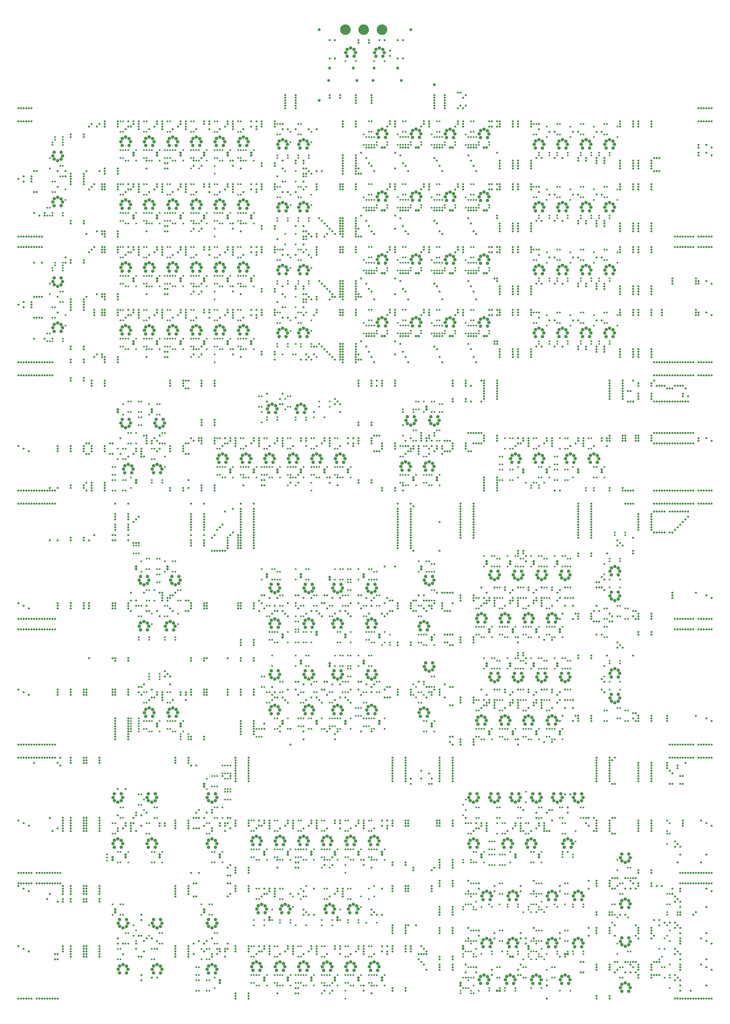
<source format=gbr>
G04 DesignSpark PCB Gerber Version 12.0 Build 5941*
G04 #@! TF.Part,Single*
G04 #@! TF.FileFunction,Soldermask,Bot*
G04 #@! TF.FilePolarity,Negative*
%FSLAX35Y35*%
%MOIN*%
G04 #@! TA.AperFunction,WasherPad*
%ADD25C,0.07000*%
%ADD24C,0.07890*%
G04 #@! TA.AperFunction,ComponentPad*
%ADD28C,0.09661*%
G04 #@! TA.AperFunction,WasherPad*
%ADD27C,0.10843*%
%ADD23C,0.12811*%
%ADD26C,0.40370*%
G04 #@! TD.AperFunction*
X0Y0D02*
D02*
D23*
X151746Y2582140D03*
Y2758360D03*
Y3062140D03*
Y3238360D03*
X156864Y2568360D03*
Y2772140D03*
Y3048360D03*
Y3252140D03*
X157258Y2594738D03*
Y2746156D03*
Y3074738D03*
Y3226156D03*
X170250Y2600250D03*
Y2740250D03*
Y3080250D03*
Y3220250D03*
X183242Y2594344D03*
Y2745762D03*
Y3074344D03*
Y3225762D03*
X183636Y2568360D03*
Y2772140D03*
Y3048360D03*
Y3252140D03*
X188754Y2582140D03*
Y2758360D03*
Y3062140D03*
Y3238360D03*
X381746Y612140D03*
Y788360D03*
X386864Y598360D03*
Y802140D03*
X387258Y624738D03*
Y776156D03*
X400250Y630250D03*
Y770250D03*
X401746Y132140D03*
Y308360D03*
X406864Y118360D03*
Y322140D03*
X407258Y144738D03*
Y296156D03*
X411746Y2218360D03*
Y2572140D03*
Y2812140D03*
Y3052140D03*
Y3292140D03*
X413242Y624344D03*
Y775762D03*
X413636Y598360D03*
Y802140D03*
X416864Y2232140D03*
Y2558360D03*
Y2798360D03*
Y3038360D03*
Y3278360D03*
X417258Y2206156D03*
Y2584738D03*
Y2824738D03*
Y3064738D03*
Y3304738D03*
X418754Y612140D03*
Y788360D03*
X420250Y150250D03*
Y290250D03*
X421746Y2042140D03*
X426864Y2028360D03*
X427258Y2054738D03*
X430250Y2200250D03*
Y2590250D03*
Y2830250D03*
Y3070250D03*
Y3310250D03*
X433242Y144344D03*
Y295762D03*
X433636Y118360D03*
Y322140D03*
X438754Y132140D03*
Y308360D03*
X440250Y2060250D03*
X443242Y2205762D03*
Y2584344D03*
Y2824344D03*
Y3064344D03*
Y3304344D03*
X443636Y2232140D03*
Y2558360D03*
Y2798360D03*
Y3038360D03*
Y3278360D03*
X448754Y2218360D03*
Y2572140D03*
Y2812140D03*
Y3052140D03*
Y3292140D03*
X453242Y2054344D03*
X453636Y2028360D03*
X458754Y2042140D03*
X481746Y1442140D03*
Y1618360D03*
X486864Y1428360D03*
Y1632140D03*
X487258Y1454738D03*
Y1606156D03*
X500250Y1460250D03*
Y1600250D03*
X501746Y1112140D03*
Y2572140D03*
Y2812140D03*
Y3052140D03*
Y3292140D03*
X506864Y1098360D03*
Y2558360D03*
Y2798360D03*
Y3038360D03*
Y3278360D03*
X507258Y1124738D03*
Y2584738D03*
Y2824738D03*
Y3064738D03*
Y3304738D03*
X511746Y612140D03*
Y788360D03*
X513242Y1454344D03*
Y1605762D03*
X513636Y1428360D03*
Y1632140D03*
X516864Y598360D03*
Y802140D03*
X517258Y624738D03*
Y776156D03*
X518754Y1442140D03*
Y1618360D03*
X520250Y1130250D03*
Y2590250D03*
Y2830250D03*
Y3070250D03*
Y3310250D03*
X530250Y630250D03*
Y770250D03*
X531746Y132140D03*
Y308360D03*
Y2042140D03*
X533242Y1124344D03*
Y2584344D03*
Y2824344D03*
Y3064344D03*
Y3304344D03*
X533636Y1098360D03*
Y2558360D03*
Y2798360D03*
Y3038360D03*
Y3278360D03*
X536864Y118360D03*
Y322140D03*
Y2028360D03*
X537258Y144738D03*
Y296156D03*
Y2054738D03*
X538754Y1112140D03*
Y2572140D03*
Y2812140D03*
Y3052140D03*
Y3292140D03*
X541746Y2218360D03*
X543242Y624344D03*
Y775762D03*
X543636Y598360D03*
Y802140D03*
X546864Y2232140D03*
X547258Y2206156D03*
X548754Y612140D03*
Y788360D03*
X550250Y150250D03*
Y290250D03*
Y2060250D03*
X560250Y2200250D03*
X563242Y144344D03*
Y295762D03*
Y2054344D03*
X563636Y118360D03*
Y322140D03*
Y2028360D03*
X568754Y132140D03*
Y308360D03*
Y2042140D03*
X573242Y2205762D03*
X573636Y2232140D03*
X578754Y2218360D03*
X581746Y1442140D03*
X586864Y1428360D03*
X587258Y1454738D03*
X591746Y1112140D03*
Y2572140D03*
Y2812140D03*
Y3052140D03*
Y3292140D03*
X596864Y1098360D03*
Y2558360D03*
Y2798360D03*
Y3038360D03*
Y3278360D03*
X597258Y1124738D03*
Y2584738D03*
Y2824738D03*
Y3064738D03*
Y3304738D03*
X600250Y1460250D03*
X601746Y1618360D03*
X606864Y1632140D03*
X607258Y1606156D03*
X610250Y1130250D03*
Y2590250D03*
Y2830250D03*
Y3070250D03*
Y3310250D03*
X613242Y1454344D03*
X613636Y1428360D03*
X618754Y1442140D03*
X620250Y1600250D03*
X623242Y1124344D03*
Y2584344D03*
Y2824344D03*
Y3064344D03*
Y3304344D03*
X623636Y1098360D03*
Y2558360D03*
Y2798360D03*
Y3038360D03*
Y3278360D03*
X628754Y1112140D03*
Y2572140D03*
Y2812140D03*
Y3052140D03*
Y3292140D03*
X633242Y1605762D03*
X633636Y1632140D03*
X638754Y1618360D03*
X681746Y2572140D03*
Y2812140D03*
Y3052140D03*
Y3292140D03*
X686864Y2558360D03*
Y2798360D03*
Y3038360D03*
Y3278360D03*
X687258Y2584738D03*
Y2824738D03*
Y3064738D03*
Y3304738D03*
X700250Y2590250D03*
Y2830250D03*
Y3070250D03*
Y3310250D03*
X713242Y2584344D03*
Y2824344D03*
Y3064344D03*
Y3304344D03*
X713636Y2558360D03*
Y2798360D03*
Y3038360D03*
Y3278360D03*
X718754Y2572140D03*
Y2812140D03*
Y3052140D03*
Y3292140D03*
X741746Y132140D03*
Y308360D03*
Y612140D03*
Y788360D03*
X746864Y118360D03*
Y322140D03*
Y598360D03*
Y802140D03*
X747258Y144738D03*
Y296156D03*
Y624738D03*
Y776156D03*
X760250Y150250D03*
Y290250D03*
Y630250D03*
Y770250D03*
X771746Y2572140D03*
Y2812140D03*
Y3052140D03*
Y3292140D03*
X773242Y144344D03*
Y295762D03*
Y624344D03*
Y775762D03*
X773636Y118360D03*
Y322140D03*
Y598360D03*
Y802140D03*
X776864Y2558360D03*
Y2798360D03*
Y3038360D03*
Y3278360D03*
X777258Y2584738D03*
Y2824738D03*
Y3064738D03*
Y3304738D03*
X778754Y132140D03*
Y308360D03*
Y612140D03*
Y788360D03*
X781746Y2082140D03*
X786864Y2068360D03*
X787258Y2094738D03*
X790250Y2590250D03*
Y2830250D03*
Y3070250D03*
Y3310250D03*
X800250Y2100250D03*
X803242Y2584344D03*
Y2824344D03*
Y3064344D03*
Y3304344D03*
X803636Y2558360D03*
Y2798360D03*
Y3038360D03*
Y3278360D03*
X808754Y2572140D03*
Y2812140D03*
Y3052140D03*
Y3292140D03*
X813242Y2094344D03*
X813636Y2068360D03*
X818754Y2082140D03*
X861746Y2572140D03*
Y2812140D03*
Y3052140D03*
Y3292140D03*
X866864Y2558360D03*
Y2798360D03*
Y3038360D03*
Y3278360D03*
X867258Y2584738D03*
Y2824738D03*
Y3064738D03*
Y3304738D03*
X871746Y2082140D03*
X876864Y2068360D03*
X877258Y2094738D03*
X880250Y2590250D03*
Y2830250D03*
Y3070250D03*
Y3310250D03*
X890250Y2100250D03*
X893242Y2584344D03*
Y2824344D03*
Y3064344D03*
Y3304344D03*
X893636Y2558360D03*
Y2798360D03*
Y3038360D03*
Y3278360D03*
X898754Y2572140D03*
Y2812140D03*
Y3052140D03*
Y3292140D03*
X903242Y2094344D03*
X903636Y2068360D03*
X908754Y2082140D03*
X911746Y142140D03*
Y622140D03*
X916864Y128360D03*
Y608360D03*
X917258Y154738D03*
Y634738D03*
X930250Y160250D03*
Y640250D03*
X931746Y362140D03*
X936864Y348360D03*
X937258Y374738D03*
X943242Y154344D03*
Y634344D03*
X943636Y128360D03*
Y608360D03*
X948754Y142140D03*
Y622140D03*
X950250Y380250D03*
X961746Y2082140D03*
X963242Y374344D03*
X963636Y348360D03*
X966864Y2068360D03*
X967258Y2094738D03*
X968754Y362140D03*
X971746Y2272140D03*
X976864Y2258360D03*
X977258Y2284738D03*
X980250Y2100250D03*
X981746Y1122140D03*
Y1258360D03*
Y1452140D03*
Y1588360D03*
X986864Y1108360D03*
Y1272140D03*
Y1438360D03*
Y1602140D03*
X987258Y1134738D03*
Y1246156D03*
Y1464738D03*
Y1576156D03*
X990250Y2290250D03*
X993242Y2094344D03*
X993636Y2068360D03*
X998754Y2082140D03*
X1000250Y1140250D03*
Y1240250D03*
Y1470250D03*
Y1570250D03*
X1001746Y142140D03*
Y622140D03*
X1003242Y2284344D03*
X1003636Y2258360D03*
X1006864Y128360D03*
Y608360D03*
X1007258Y154738D03*
Y634738D03*
X1008754Y2272140D03*
X1011746Y2562140D03*
Y2802140D03*
Y3042140D03*
Y3282140D03*
X1013242Y1134344D03*
Y1245762D03*
Y1464344D03*
Y1575762D03*
X1013636Y1108360D03*
Y1272140D03*
Y1438360D03*
Y1602140D03*
X1016864Y2548360D03*
Y2788360D03*
Y3028360D03*
Y3268360D03*
X1017258Y2574738D03*
Y2814738D03*
Y3054738D03*
Y3294738D03*
X1018754Y1122140D03*
Y1258360D03*
Y1452140D03*
Y1588360D03*
X1020250Y160250D03*
Y640250D03*
X1021746Y362140D03*
X1026864Y348360D03*
X1027258Y374738D03*
X1030250Y2580250D03*
Y2820250D03*
Y3060250D03*
Y3300250D03*
X1033242Y154344D03*
Y634344D03*
X1033636Y128360D03*
Y608360D03*
X1038754Y142140D03*
Y622140D03*
X1040250Y380250D03*
X1043242Y2574344D03*
Y2814344D03*
Y3054344D03*
Y3294344D03*
X1043636Y2548360D03*
Y2788360D03*
Y3028360D03*
Y3268360D03*
X1048754Y2562140D03*
Y2802140D03*
Y3042140D03*
Y3282140D03*
X1051746Y2082140D03*
X1053242Y374344D03*
X1053636Y348360D03*
X1056864Y2068360D03*
X1057258Y2094738D03*
X1058754Y362140D03*
X1070250Y2100250D03*
X1081746Y2272140D03*
X1083242Y2094344D03*
X1083636Y2068360D03*
X1086864Y2258360D03*
X1087258Y2284738D03*
X1088754Y2082140D03*
X1091746Y142140D03*
Y622140D03*
Y2562140D03*
Y2802140D03*
Y3042140D03*
Y3282140D03*
X1096864Y128360D03*
Y608360D03*
Y2548360D03*
Y2788360D03*
Y3028360D03*
Y3268360D03*
X1097258Y154738D03*
Y634738D03*
Y2574738D03*
Y2814738D03*
Y3054738D03*
Y3294738D03*
X1100250Y2290250D03*
X1110250Y160250D03*
Y640250D03*
Y2580250D03*
Y2820250D03*
Y3060250D03*
Y3300250D03*
X1111746Y1122140D03*
Y1258360D03*
Y1452140D03*
Y1588360D03*
X1113242Y2284344D03*
X1113636Y2258360D03*
X1116864Y1108360D03*
Y1272140D03*
Y1438360D03*
Y1602140D03*
X1117258Y1134738D03*
Y1246156D03*
Y1464738D03*
Y1576156D03*
X1118754Y2272140D03*
X1123242Y154344D03*
Y634344D03*
Y2574344D03*
Y2814344D03*
Y3054344D03*
Y3294344D03*
X1123636Y128360D03*
Y608360D03*
Y2548360D03*
Y2788360D03*
Y3028360D03*
Y3268360D03*
X1128754Y142140D03*
Y622140D03*
Y2562140D03*
Y2802140D03*
Y3042140D03*
Y3282140D03*
X1130250Y1140250D03*
Y1240250D03*
Y1470250D03*
Y1570250D03*
X1141746Y2082140D03*
X1143242Y1134344D03*
Y1245762D03*
Y1464344D03*
Y1575762D03*
X1143636Y1108360D03*
Y1272140D03*
Y1438360D03*
Y1602140D03*
X1146864Y2068360D03*
X1147258Y2094738D03*
X1148754Y1122140D03*
Y1258360D03*
Y1452140D03*
Y1588360D03*
X1160250Y2100250D03*
X1173242Y2094344D03*
X1173636Y2068360D03*
X1178754Y2082140D03*
X1181746Y142140D03*
Y622140D03*
X1186864Y128360D03*
Y608360D03*
X1187258Y154738D03*
Y634738D03*
X1191746Y362140D03*
X1196864Y348360D03*
X1197258Y374738D03*
X1200250Y160250D03*
Y640250D03*
X1210250Y380250D03*
X1213242Y154344D03*
Y634344D03*
X1213636Y128360D03*
Y608360D03*
X1218754Y142140D03*
Y622140D03*
X1221746Y1122140D03*
Y1258360D03*
Y1452140D03*
Y1588360D03*
X1223242Y374344D03*
X1223636Y348360D03*
X1226864Y1108360D03*
Y1272140D03*
Y1438360D03*
Y1602140D03*
X1227258Y1134738D03*
Y1246156D03*
Y1464738D03*
Y1576156D03*
X1228754Y362140D03*
X1231746Y2082140D03*
X1236864Y2068360D03*
X1237258Y2094738D03*
X1240250Y1140250D03*
Y1240250D03*
Y1470250D03*
Y1570250D03*
X1250250Y2100250D03*
X1253242Y1134344D03*
Y1245762D03*
Y1464344D03*
Y1575762D03*
X1253636Y1108360D03*
Y1272140D03*
Y1438360D03*
Y1602140D03*
X1258754Y1122140D03*
Y1258360D03*
Y1452140D03*
Y1588360D03*
X1263242Y2094344D03*
X1263636Y2068360D03*
X1268754Y2082140D03*
X1271746Y142140D03*
Y622140D03*
Y3632533D03*
X1276864Y128360D03*
Y608360D03*
Y3618754D03*
X1277258Y154738D03*
Y634738D03*
Y3645132D03*
X1281746Y362140D03*
X1286864Y348360D03*
X1287258Y374738D03*
X1290250Y160250D03*
Y640250D03*
Y3650644D03*
X1300250Y380250D03*
X1303242Y154344D03*
Y634344D03*
Y3644738D03*
X1303636Y128360D03*
Y608360D03*
Y3618754D03*
X1308754Y142140D03*
Y622140D03*
Y3632533D03*
X1313242Y374344D03*
X1313636Y348360D03*
X1318754Y362140D03*
X1351746Y1122140D03*
Y1258360D03*
Y1452140D03*
Y1588360D03*
X1356864Y1108360D03*
Y1272140D03*
Y1438360D03*
Y1602140D03*
X1357258Y1134738D03*
Y1246156D03*
Y1464738D03*
Y1576156D03*
X1361746Y142140D03*
Y622140D03*
X1366864Y128360D03*
Y608360D03*
X1367258Y154738D03*
Y634738D03*
X1370250Y1140250D03*
Y1240250D03*
Y1470250D03*
Y1570250D03*
X1380250Y160250D03*
Y640250D03*
X1381746Y3632533D03*
X1383242Y1134344D03*
Y1245762D03*
Y1464344D03*
Y1575762D03*
X1383636Y1108360D03*
Y1272140D03*
Y1438360D03*
Y1602140D03*
X1386864Y3618754D03*
X1387258Y3645132D03*
X1388754Y1122140D03*
Y1258360D03*
Y1452140D03*
Y1588360D03*
X1391746Y2602533D03*
Y2842533D03*
Y3082533D03*
Y3322533D03*
X1393242Y154344D03*
Y634344D03*
X1393636Y128360D03*
Y608360D03*
X1396864Y2588754D03*
Y2828754D03*
Y3068754D03*
Y3308754D03*
X1397258Y2615132D03*
Y2855132D03*
Y3095132D03*
Y3335132D03*
X1398754Y142140D03*
Y622140D03*
X1400250Y3650644D03*
X1410250Y2620644D03*
Y2860644D03*
Y3100644D03*
Y3340644D03*
X1413242Y3644738D03*
X1413636Y3618754D03*
X1418754Y3632533D03*
X1423242Y2614738D03*
Y2854738D03*
Y3094738D03*
Y3334738D03*
X1423636Y2588754D03*
Y2828754D03*
Y3068754D03*
Y3308754D03*
X1428754Y2602533D03*
Y2842533D03*
Y3082533D03*
Y3322533D03*
X1481746Y2052140D03*
X1486864Y2038360D03*
X1487258Y2064738D03*
X1500250Y2070250D03*
X1501746Y2228360D03*
X1506864Y2242140D03*
X1507258Y2216156D03*
X1513242Y2064344D03*
X1513636Y2038360D03*
X1518754Y2052140D03*
X1520250Y2210250D03*
X1521746Y2602533D03*
Y2842533D03*
Y3082533D03*
Y3322533D03*
X1526864Y2588754D03*
Y2828754D03*
Y3068754D03*
Y3308754D03*
X1527258Y2615132D03*
Y2855132D03*
Y3095132D03*
Y3335132D03*
X1533242Y2215762D03*
X1533636Y2242140D03*
X1538754Y2228360D03*
X1540250Y2620644D03*
Y2860644D03*
Y3100644D03*
Y3340644D03*
X1551746Y1112140D03*
Y1442140D03*
X1553242Y2614738D03*
Y2854738D03*
Y3094738D03*
Y3334738D03*
X1553636Y2588754D03*
Y2828754D03*
Y3068754D03*
Y3308754D03*
X1556864Y1098360D03*
Y1428360D03*
X1557258Y1124738D03*
Y1454738D03*
X1558754Y2602533D03*
Y2842533D03*
Y3082533D03*
Y3322533D03*
X1570250Y1130250D03*
Y1460250D03*
X1571746Y1288360D03*
Y1618360D03*
Y2052140D03*
X1576864Y1302140D03*
Y1632140D03*
Y2038360D03*
X1577258Y1276156D03*
Y1606156D03*
Y2064738D03*
X1583242Y1124344D03*
Y1454344D03*
X1583636Y1098360D03*
Y1428360D03*
X1588754Y1112140D03*
Y1442140D03*
X1590250Y1270250D03*
Y1600250D03*
Y2070250D03*
X1591746Y2228360D03*
X1596864Y2242140D03*
X1597258Y2216156D03*
X1603242Y1275762D03*
Y1605762D03*
Y2064344D03*
X1603636Y1302140D03*
Y1632140D03*
Y2038360D03*
X1608754Y1288360D03*
Y1618360D03*
Y2052140D03*
X1610250Y2210250D03*
X1623242Y2215762D03*
X1623636Y2242140D03*
X1628754Y2228360D03*
X1651746Y2602140D03*
Y2842140D03*
Y3082140D03*
Y3322140D03*
X1656864Y2588360D03*
Y2828360D03*
Y3068360D03*
Y3308360D03*
X1657258Y2614738D03*
Y2854738D03*
Y3094738D03*
Y3334738D03*
X1670250Y2620250D03*
Y2860250D03*
Y3100250D03*
Y3340250D03*
X1683242Y2614344D03*
Y2854344D03*
Y3094344D03*
Y3334344D03*
X1683636Y2588360D03*
Y2828360D03*
Y3068360D03*
Y3308360D03*
X1688754Y2602140D03*
Y2842140D03*
Y3082140D03*
Y3322140D03*
X1741746Y612140D03*
Y788360D03*
X1746864Y598360D03*
Y802140D03*
X1747258Y624738D03*
Y776156D03*
X1760250Y630250D03*
Y770250D03*
X1771746Y1082140D03*
Y1472140D03*
X1773242Y624344D03*
Y775762D03*
X1773636Y598360D03*
Y802140D03*
X1776864Y1068360D03*
Y1458360D03*
X1777258Y1094738D03*
Y1484738D03*
X1778754Y612140D03*
Y788360D03*
X1781746Y92140D03*
Y2602140D03*
Y2842140D03*
Y3082140D03*
Y3322140D03*
X1786864Y78360D03*
Y2588360D03*
Y2828360D03*
Y3068360D03*
Y3308360D03*
X1787258Y104738D03*
Y2614738D03*
Y2854738D03*
Y3094738D03*
Y3334738D03*
X1790250Y1100250D03*
Y1490250D03*
X1791746Y232140D03*
Y412140D03*
X1796864Y218360D03*
Y398360D03*
X1797258Y244738D03*
Y424738D03*
X1800250Y110250D03*
Y2620250D03*
Y2860250D03*
Y3100250D03*
Y3340250D03*
X1803242Y1094344D03*
Y1484344D03*
X1803636Y1068360D03*
Y1458360D03*
X1808754Y1082140D03*
Y1472140D03*
X1810250Y250250D03*
Y430250D03*
X1813242Y104344D03*
Y2614344D03*
Y2854344D03*
Y3094344D03*
Y3334344D03*
X1813636Y78360D03*
Y2588360D03*
Y2828360D03*
Y3068360D03*
Y3308360D03*
X1818754Y92140D03*
Y2602140D03*
Y2842140D03*
Y3082140D03*
Y3322140D03*
X1821746Y788360D03*
Y1248360D03*
Y1638360D03*
X1823242Y244344D03*
Y424344D03*
X1823636Y218360D03*
Y398360D03*
X1826864Y802140D03*
Y1262140D03*
Y1652140D03*
X1827258Y776156D03*
Y1236156D03*
Y1626156D03*
X1828754Y232140D03*
Y412140D03*
X1840250Y770250D03*
Y1230250D03*
Y1620250D03*
X1853242Y775762D03*
Y1235762D03*
Y1625762D03*
X1853636Y802140D03*
Y1262140D03*
Y1652140D03*
X1858754Y788360D03*
Y1248360D03*
Y1638360D03*
X1861746Y1082140D03*
Y1472140D03*
X1866864Y1068360D03*
Y1458360D03*
X1867258Y1094738D03*
Y1484738D03*
X1871746Y612140D03*
X1876864Y598360D03*
X1877258Y624738D03*
X1880250Y1100250D03*
Y1490250D03*
X1881746Y92140D03*
X1886864Y78360D03*
X1887258Y104738D03*
X1890250Y630250D03*
X1891746Y232140D03*
Y412140D03*
X1893242Y1094344D03*
Y1484344D03*
X1893636Y1068360D03*
Y1458360D03*
X1896864Y218360D03*
Y398360D03*
X1897258Y244738D03*
Y424738D03*
X1898754Y1082140D03*
Y1472140D03*
X1900250Y110250D03*
X1901746Y788360D03*
Y2082140D03*
X1903242Y624344D03*
X1903636Y598360D03*
X1906864Y802140D03*
Y2068360D03*
X1907258Y776156D03*
Y2094738D03*
X1908754Y612140D03*
X1910250Y250250D03*
Y430250D03*
X1911746Y1248360D03*
Y1638360D03*
X1913242Y104344D03*
X1913636Y78360D03*
X1916864Y1262140D03*
Y1652140D03*
X1917258Y1236156D03*
Y1626156D03*
X1918754Y92140D03*
X1920250Y770250D03*
Y2100250D03*
X1923242Y244344D03*
Y424344D03*
X1923636Y218360D03*
Y398360D03*
X1928754Y232140D03*
Y412140D03*
X1930250Y1230250D03*
Y1620250D03*
X1933242Y775762D03*
Y2094344D03*
X1933636Y802140D03*
Y2068360D03*
X1938754Y788360D03*
Y2082140D03*
X1943242Y1235762D03*
Y1625762D03*
X1943636Y1262140D03*
Y1652140D03*
X1948754Y1248360D03*
Y1638360D03*
X1951746Y1082140D03*
Y1472140D03*
X1956864Y1068360D03*
Y1458360D03*
X1957258Y1094738D03*
Y1484738D03*
X1961746Y612140D03*
X1966864Y598360D03*
X1967258Y624738D03*
X1970250Y1100250D03*
Y1490250D03*
X1980250Y630250D03*
X1981746Y92140D03*
Y788360D03*
X1983242Y1094344D03*
Y1484344D03*
X1983636Y1068360D03*
Y1458360D03*
X1986864Y78360D03*
Y802140D03*
X1987258Y104738D03*
Y776156D03*
X1988754Y1082140D03*
Y1472140D03*
X1991746Y2082140D03*
Y2562140D03*
Y2802140D03*
Y3042140D03*
Y3282140D03*
X1993242Y624344D03*
X1993636Y598360D03*
X1996864Y2068360D03*
Y2548360D03*
Y2788360D03*
Y3028360D03*
Y3268360D03*
X1997258Y2094738D03*
Y2574738D03*
Y2814738D03*
Y3054738D03*
Y3294738D03*
X1998754Y612140D03*
X2000250Y110250D03*
Y770250D03*
X2001746Y1248360D03*
Y1638360D03*
X2006864Y1262140D03*
Y1652140D03*
X2007258Y1236156D03*
Y1626156D03*
X2010250Y2100250D03*
Y2580250D03*
Y2820250D03*
Y3060250D03*
Y3300250D03*
X2013242Y104344D03*
Y775762D03*
X2013636Y78360D03*
Y802140D03*
X2018754Y92140D03*
Y788360D03*
X2020250Y1230250D03*
Y1620250D03*
X2023242Y2094344D03*
Y2574344D03*
Y2814344D03*
Y3054344D03*
Y3294344D03*
X2023636Y2068360D03*
Y2548360D03*
Y2788360D03*
Y3028360D03*
Y3268360D03*
X2028754Y2082140D03*
Y2562140D03*
Y2802140D03*
Y3042140D03*
Y3282140D03*
X2033242Y1235762D03*
Y1625762D03*
X2033636Y1262140D03*
Y1652140D03*
X2038754Y1248360D03*
Y1638360D03*
X2041746Y232140D03*
Y412140D03*
Y1082140D03*
Y1472140D03*
X2046864Y218360D03*
Y398360D03*
Y1068360D03*
Y1458360D03*
X2047258Y244738D03*
Y424738D03*
Y1094738D03*
Y1484738D03*
X2060250Y250250D03*
Y430250D03*
Y1100250D03*
Y1490250D03*
X2061746Y788360D03*
X2066864Y802140D03*
X2067258Y776156D03*
X2073242Y244344D03*
Y424344D03*
Y1094344D03*
Y1484344D03*
X2073636Y218360D03*
Y398360D03*
Y1068360D03*
Y1458360D03*
X2078754Y232140D03*
Y412140D03*
Y1082140D03*
Y1472140D03*
X2080250Y770250D03*
X2081746Y2562140D03*
Y2802140D03*
Y3042140D03*
Y3282140D03*
X2086864Y2548360D03*
Y2788360D03*
Y3028360D03*
Y3268360D03*
X2087258Y2574738D03*
Y2814738D03*
Y3054738D03*
Y3294738D03*
X2091746Y92140D03*
Y1248360D03*
Y1638360D03*
X2093242Y775762D03*
X2093636Y802140D03*
X2096864Y78360D03*
Y1262140D03*
Y1652140D03*
X2097258Y104738D03*
Y1236156D03*
Y1626156D03*
X2098754Y788360D03*
X2100250Y2580250D03*
Y2820250D03*
Y3060250D03*
Y3300250D03*
X2101746Y612140D03*
X2106864Y598360D03*
X2107258Y624738D03*
X2110250Y110250D03*
Y1230250D03*
Y1620250D03*
X2111746Y2082140D03*
X2113242Y2574344D03*
Y2814344D03*
Y3054344D03*
Y3294344D03*
X2113636Y2548360D03*
Y2788360D03*
Y3028360D03*
Y3268360D03*
X2116864Y2068360D03*
X2117258Y2094738D03*
X2118754Y2562140D03*
Y2802140D03*
Y3042140D03*
Y3282140D03*
X2120250Y630250D03*
X2123242Y104344D03*
Y1235762D03*
Y1625762D03*
X2123636Y78360D03*
Y1262140D03*
Y1652140D03*
X2128754Y92140D03*
Y1248360D03*
Y1638360D03*
X2130250Y2100250D03*
X2133242Y624344D03*
X2133636Y598360D03*
X2138754Y612140D03*
X2141746Y232140D03*
Y412140D03*
Y788360D03*
X2143242Y2094344D03*
X2143636Y2068360D03*
X2146864Y218360D03*
Y398360D03*
Y802140D03*
X2147258Y244738D03*
Y424738D03*
Y776156D03*
X2148754Y2082140D03*
X2160250Y250250D03*
Y430250D03*
Y770250D03*
X2171746Y2562140D03*
Y2802140D03*
Y3042140D03*
Y3282140D03*
X2173242Y244344D03*
Y424344D03*
Y775762D03*
X2173636Y218360D03*
Y398360D03*
Y802140D03*
X2176864Y2548360D03*
Y2788360D03*
Y3028360D03*
Y3268360D03*
X2177258Y2574738D03*
Y2814738D03*
Y3054738D03*
Y3294738D03*
X2178754Y232140D03*
Y412140D03*
Y788360D03*
X2190250Y2580250D03*
Y2820250D03*
Y3060250D03*
Y3300250D03*
X2201746Y2082140D03*
X2203242Y2574344D03*
Y2814344D03*
Y3054344D03*
Y3294344D03*
X2203636Y2548360D03*
Y2788360D03*
Y3028360D03*
Y3268360D03*
X2206864Y2068360D03*
X2207258Y2094738D03*
X2208754Y2562140D03*
Y2802140D03*
Y3042140D03*
Y3282140D03*
X2220250Y2100250D03*
X2233242Y2094344D03*
X2233636Y2068360D03*
X2238754Y2082140D03*
X2261746Y2562140D03*
Y2802140D03*
Y3042140D03*
Y3282140D03*
X2266864Y2548360D03*
Y2788360D03*
Y3028360D03*
Y3268360D03*
X2267258Y2574738D03*
Y2814738D03*
Y3054738D03*
Y3294738D03*
X2280250Y2580250D03*
Y2820250D03*
Y3060250D03*
Y3300250D03*
X2281746Y1168360D03*
Y1262140D03*
Y1558360D03*
Y1652140D03*
X2286864Y1182140D03*
Y1248360D03*
Y1572140D03*
Y1638360D03*
X2287258Y1156156D03*
Y1274738D03*
Y1546156D03*
Y1664738D03*
X2293242Y2574344D03*
Y2814344D03*
Y3054344D03*
Y3294344D03*
X2293636Y2548360D03*
Y2788360D03*
Y3028360D03*
Y3268360D03*
X2298754Y2562140D03*
Y2802140D03*
Y3042140D03*
Y3282140D03*
X2300250Y1150250D03*
Y1280250D03*
Y1540250D03*
Y1670250D03*
X2313242Y1155762D03*
Y1274344D03*
Y1545762D03*
Y1664344D03*
X2313636Y1182140D03*
Y1248360D03*
Y1572140D03*
Y1638360D03*
X2318754Y1168360D03*
Y1262140D03*
Y1558360D03*
Y1652140D03*
X2321746Y62140D03*
Y238360D03*
Y382140D03*
Y558360D03*
X2326864Y48360D03*
Y252140D03*
Y368360D03*
Y572140D03*
X2327258Y74738D03*
Y226156D03*
Y394738D03*
Y546156D03*
X2340250Y80250D03*
Y220250D03*
Y400250D03*
Y540250D03*
X2353242Y74344D03*
Y225762D03*
Y394344D03*
Y545762D03*
X2353636Y48360D03*
Y252140D03*
Y368360D03*
Y572140D03*
X2358754Y62140D03*
Y238360D03*
Y382140D03*
Y558360D03*
D02*
D24*
X20250Y20250D03*
Y220250D03*
Y450250D03*
Y460250D03*
Y500250D03*
Y700250D03*
Y940250D03*
Y990250D03*
Y1200250D03*
Y1430250D03*
Y1470250D03*
Y1530250D03*
Y1910250D03*
Y1960250D03*
Y2130250D03*
Y2400250D03*
Y2450250D03*
Y2670250D03*
Y2890250D03*
Y2930250D03*
Y3150250D03*
Y3370250D03*
Y3420250D03*
X30250Y20250D03*
Y460250D03*
Y500250D03*
Y940250D03*
Y990250D03*
Y1430250D03*
Y1470250D03*
Y1910250D03*
Y1960250D03*
Y2400250D03*
Y2450250D03*
Y2890250D03*
Y2930250D03*
Y3370250D03*
Y3420250D03*
X40250Y20250D03*
Y210250D03*
Y440250D03*
Y460250D03*
Y500250D03*
Y690250D03*
Y940250D03*
Y990250D03*
Y1190250D03*
Y1430250D03*
Y1470250D03*
Y1520250D03*
Y1910250D03*
Y1960250D03*
Y2120250D03*
Y2400250D03*
Y2450250D03*
Y2660250D03*
Y2680250D03*
Y2890250D03*
Y2930250D03*
Y3140250D03*
Y3160250D03*
Y3370250D03*
Y3420250D03*
X50250Y20250D03*
Y460250D03*
Y500250D03*
Y940250D03*
Y990250D03*
Y1430250D03*
Y1470250D03*
Y1910250D03*
Y1960250D03*
Y2400250D03*
Y2450250D03*
Y2890250D03*
Y2930250D03*
Y3370250D03*
Y3420250D03*
X60250Y20250D03*
Y200250D03*
Y430250D03*
Y460250D03*
Y500250D03*
Y680250D03*
Y940250D03*
Y990250D03*
Y1180250D03*
Y1430250D03*
Y1470250D03*
Y1510250D03*
Y1910250D03*
Y1960250D03*
Y2110250D03*
Y2400250D03*
Y2450250D03*
Y2890250D03*
Y2930250D03*
Y3370250D03*
Y3420250D03*
X70250Y20250D03*
Y460250D03*
Y500250D03*
Y940250D03*
Y990250D03*
Y1430250D03*
Y1470250D03*
Y1910250D03*
Y1960250D03*
Y2400250D03*
Y2450250D03*
Y2660250D03*
Y2670250D03*
Y2680250D03*
Y2890250D03*
Y2930250D03*
Y3140250D03*
Y3150250D03*
Y3160250D03*
Y3370250D03*
Y3420250D03*
X80250Y920250D03*
Y940250D03*
Y990250D03*
Y1430250D03*
Y1470250D03*
Y1910250D03*
Y1960250D03*
Y2400250D03*
Y2450250D03*
Y2540250D03*
Y2620250D03*
Y2700250D03*
Y2830250D03*
Y2890250D03*
Y2930250D03*
Y3020250D03*
Y3100250D03*
Y3180250D03*
X90250Y20250D03*
Y460250D03*
Y500250D03*
Y940250D03*
Y990250D03*
Y1430250D03*
Y1470250D03*
Y1910250D03*
Y1960250D03*
Y2400250D03*
Y2450250D03*
Y2620250D03*
Y2700250D03*
Y2890250D03*
Y2930250D03*
Y3100250D03*
Y3180250D03*
X100250Y20250D03*
Y460250D03*
Y500250D03*
Y940250D03*
Y990250D03*
Y1430250D03*
Y1470250D03*
Y1910250D03*
Y1960250D03*
Y2400250D03*
Y2450250D03*
Y2620250D03*
Y2700250D03*
Y2890250D03*
Y2930250D03*
Y3010250D03*
X110250Y20250D03*
Y460250D03*
Y500250D03*
Y940250D03*
Y990250D03*
Y1430250D03*
Y1470250D03*
Y1910250D03*
Y1960250D03*
Y2400250D03*
Y2450250D03*
Y2620250D03*
Y2700250D03*
Y2830250D03*
Y2890250D03*
Y2930250D03*
X120250Y20250D03*
Y460250D03*
Y500250D03*
Y940250D03*
Y990250D03*
Y1430250D03*
Y1470250D03*
Y1910250D03*
Y1960250D03*
Y2400250D03*
Y2450250D03*
Y2540250D03*
Y3010250D03*
Y3020250D03*
X130250Y20250D03*
Y400250D03*
Y460250D03*
Y500250D03*
Y940250D03*
Y990250D03*
Y1430250D03*
Y1470250D03*
Y1910250D03*
Y1960250D03*
Y2400250D03*
Y2450250D03*
X140250Y20250D03*
Y420250D03*
Y460250D03*
Y500250D03*
Y710250D03*
Y940250D03*
Y990250D03*
Y1430250D03*
Y1470250D03*
Y1770250D03*
Y1910250D03*
Y1960250D03*
Y1970250D03*
Y2400250D03*
Y2450250D03*
X150250Y20250D03*
Y460250D03*
Y500250D03*
Y660250D03*
Y940250D03*
Y990250D03*
Y1430250D03*
Y1470250D03*
Y1910250D03*
Y1960250D03*
Y2400250D03*
Y2450250D03*
X160250Y20250D03*
Y170250D03*
Y190250D03*
Y460250D03*
Y500250D03*
Y940250D03*
Y990250D03*
Y1430250D03*
Y1470250D03*
Y1910250D03*
Y1960250D03*
X170250Y20250D03*
Y170250D03*
Y190250D03*
Y390250D03*
Y460250D03*
Y500250D03*
Y670250D03*
Y920250D03*
Y1180250D03*
Y1190250D03*
Y1200250D03*
Y1510250D03*
Y1520250D03*
Y1530250D03*
Y1770250D03*
Y1970250D03*
Y2110250D03*
Y2120250D03*
Y2130250D03*
Y2640250D03*
Y2700250D03*
Y3120250D03*
Y3180250D03*
X180250Y460250D03*
Y500250D03*
Y910250D03*
Y940250D03*
X190250Y200250D03*
Y210250D03*
Y220250D03*
Y390250D03*
Y400250D03*
Y420250D03*
Y430250D03*
Y440250D03*
Y450250D03*
Y660250D03*
Y670250D03*
Y680250D03*
Y690250D03*
Y700250D03*
Y710250D03*
X200250Y2830250D03*
Y2850250D03*
Y3160250D03*
Y3180250D03*
X220250Y180250D03*
Y190250D03*
Y200250D03*
Y210250D03*
Y220250D03*
Y390250D03*
Y400250D03*
Y420250D03*
Y430250D03*
Y440250D03*
Y450250D03*
Y660250D03*
Y670250D03*
Y680250D03*
Y690250D03*
Y700250D03*
Y710250D03*
Y920250D03*
Y930250D03*
Y940250D03*
Y1180250D03*
Y1190250D03*
Y1200250D03*
Y1510250D03*
Y1520250D03*
Y1530250D03*
Y1770250D03*
Y1780250D03*
Y1970250D03*
Y1980250D03*
Y2110250D03*
Y2120250D03*
Y2130250D03*
Y2380250D03*
Y2390250D03*
Y2450250D03*
Y2460250D03*
Y2500250D03*
Y2510250D03*
Y2650250D03*
Y2660250D03*
Y2670250D03*
Y2680250D03*
Y2690250D03*
Y2830250D03*
Y2840250D03*
Y2980250D03*
Y2990250D03*
Y3130250D03*
Y3140250D03*
Y3150250D03*
Y3160250D03*
Y3170250D03*
Y3310250D03*
Y3320250D03*
X270250Y180250D03*
Y190250D03*
Y200250D03*
Y210250D03*
Y220250D03*
Y390250D03*
Y400250D03*
Y420250D03*
Y430250D03*
Y440250D03*
Y450250D03*
Y660250D03*
Y670250D03*
Y680250D03*
Y690250D03*
Y700250D03*
Y710250D03*
Y920250D03*
Y930250D03*
Y940250D03*
Y1180250D03*
Y1190250D03*
Y1200250D03*
Y1510250D03*
Y1520250D03*
Y1530250D03*
Y1770250D03*
Y1780250D03*
Y1970250D03*
Y1980250D03*
Y2110250D03*
Y2120250D03*
Y2130250D03*
Y2380250D03*
Y2390250D03*
Y2450250D03*
Y2460250D03*
Y2500250D03*
Y2510250D03*
Y2650250D03*
Y2660250D03*
Y2670250D03*
Y2680250D03*
Y2690250D03*
Y2830250D03*
Y2840250D03*
Y2980250D03*
Y2990250D03*
Y3130250D03*
Y3140250D03*
Y3150250D03*
Y3160250D03*
Y3170250D03*
Y3310250D03*
Y3320250D03*
X280250Y180250D03*
Y190250D03*
Y200250D03*
Y210250D03*
Y220250D03*
Y390250D03*
Y400250D03*
Y420250D03*
Y430250D03*
Y440250D03*
Y450250D03*
Y660250D03*
Y670250D03*
Y680250D03*
Y690250D03*
Y700250D03*
Y710250D03*
Y920250D03*
Y930250D03*
Y940250D03*
Y1180250D03*
Y1190250D03*
Y1200250D03*
Y1960250D03*
Y1990250D03*
Y2100250D03*
Y2140250D03*
Y2700250D03*
Y2940250D03*
Y3180250D03*
X290250Y1320250D03*
Y1510250D03*
Y1520250D03*
Y1530250D03*
Y1770250D03*
Y2100250D03*
Y2140250D03*
Y2870250D03*
Y3110250D03*
Y3350250D03*
X300250Y1960250D03*
Y1970250D03*
Y1980250D03*
Y1990250D03*
Y2110250D03*
Y2120250D03*
Y2130250D03*
Y2360250D03*
Y2370250D03*
Y2380250D03*
Y2880250D03*
Y3120250D03*
Y3360250D03*
X310250Y1790250D03*
Y2470250D03*
Y2630250D03*
Y2640250D03*
Y2650250D03*
Y2890250D03*
Y3130250D03*
X320250Y2480250D03*
Y2710250D03*
Y2950250D03*
Y3350250D03*
X330250Y180250D03*
Y190250D03*
Y200250D03*
Y210250D03*
Y220250D03*
Y390250D03*
Y400250D03*
Y420250D03*
Y430250D03*
Y440250D03*
Y450250D03*
Y660250D03*
Y670250D03*
Y680250D03*
Y690250D03*
Y700250D03*
Y710250D03*
Y920250D03*
Y930250D03*
Y940250D03*
Y3180250D03*
Y3360250D03*
X340250Y2470250D03*
Y2480250D03*
Y2630250D03*
Y2640250D03*
Y2650250D03*
Y2700250D03*
Y2710250D03*
Y2870250D03*
Y2880250D03*
Y2890250D03*
Y2940250D03*
Y2950250D03*
Y3110250D03*
Y3120250D03*
Y3130250D03*
X350250Y1960250D03*
Y1970250D03*
Y1980250D03*
Y1990250D03*
Y2110250D03*
Y2120250D03*
Y2130250D03*
Y2360250D03*
Y2370250D03*
Y2380250D03*
Y2450250D03*
Y2460250D03*
Y2470250D03*
Y2630250D03*
Y2640250D03*
Y2650250D03*
Y2690250D03*
Y2700250D03*
Y2710250D03*
Y2870250D03*
Y2880250D03*
Y2890250D03*
Y2930250D03*
Y2940250D03*
Y2950250D03*
Y3110250D03*
Y3120250D03*
Y3130250D03*
Y3170250D03*
Y3180250D03*
Y3190250D03*
Y3350250D03*
Y3360250D03*
Y3370250D03*
X370250Y2100250D03*
Y2140250D03*
X380250Y1180250D03*
Y1190250D03*
Y1200250D03*
Y1320250D03*
Y1510250D03*
Y1520250D03*
Y1530250D03*
Y1770250D03*
Y1790250D03*
Y2100250D03*
Y2140250D03*
X390250Y1010250D03*
Y1020250D03*
Y1030250D03*
Y1040250D03*
Y1050250D03*
Y1060250D03*
Y1070250D03*
Y1080250D03*
Y1090250D03*
Y1180250D03*
Y1190250D03*
Y1200250D03*
Y1310250D03*
Y1320250D03*
Y1510250D03*
Y1520250D03*
Y1530250D03*
Y1770250D03*
Y1790250D03*
Y1810250D03*
Y1820250D03*
Y1830250D03*
Y1850250D03*
Y1860250D03*
Y1870250D03*
Y1910250D03*
X400250Y230250D03*
Y250250D03*
Y660250D03*
Y670250D03*
Y720250D03*
Y820250D03*
Y2450250D03*
Y2460250D03*
Y2470250D03*
Y2630250D03*
Y2640250D03*
Y2650250D03*
Y2690250D03*
Y2700250D03*
Y2710250D03*
Y2870250D03*
Y2880250D03*
Y2890250D03*
Y2930250D03*
Y2940250D03*
Y2950250D03*
Y3110250D03*
Y3120250D03*
Y3130250D03*
Y3170250D03*
Y3180250D03*
Y3190250D03*
Y3350250D03*
Y3360250D03*
Y3370250D03*
X410250Y2100250D03*
Y2160250D03*
X420250Y190250D03*
Y230250D03*
Y670250D03*
X430250Y680250D03*
Y690250D03*
Y820250D03*
Y2620250D03*
Y2860250D03*
Y3100250D03*
Y3340250D03*
X440250Y1010250D03*
Y1020250D03*
Y1030250D03*
Y1040250D03*
Y1050250D03*
Y1060250D03*
Y1070250D03*
Y1080250D03*
Y1090250D03*
Y1180250D03*
Y1190250D03*
Y1200250D03*
Y1310250D03*
Y1320250D03*
Y1510250D03*
Y1520250D03*
Y1530250D03*
Y1770250D03*
Y1790250D03*
Y1810250D03*
Y1820250D03*
Y1830250D03*
Y1850250D03*
Y1860250D03*
Y1870250D03*
Y1910250D03*
Y2090250D03*
Y2630250D03*
Y2650250D03*
Y2870250D03*
Y2890250D03*
Y3110250D03*
Y3130250D03*
Y3350250D03*
Y3370250D03*
X450250Y660250D03*
Y670250D03*
Y680250D03*
Y690250D03*
Y1500250D03*
Y1540250D03*
Y1570250D03*
Y2630250D03*
Y2870250D03*
Y3110250D03*
Y3350250D03*
X460250Y690250D03*
Y710250D03*
Y1760250D03*
Y1840250D03*
Y2100250D03*
Y2640250D03*
Y2650250D03*
Y2880250D03*
Y2890250D03*
Y3120250D03*
Y3130250D03*
Y3360250D03*
Y3370250D03*
X470250Y210250D03*
Y230250D03*
Y660250D03*
Y720250D03*
Y730250D03*
Y1520250D03*
Y1540250D03*
Y1760250D03*
Y1850250D03*
Y2110250D03*
Y2120250D03*
X480250Y180250D03*
Y260250D03*
Y1190250D03*
Y1210250D03*
Y1760250D03*
Y1860250D03*
Y2620250D03*
Y2630250D03*
Y2640250D03*
Y2650250D03*
Y2860250D03*
Y2870250D03*
Y2880250D03*
Y2890250D03*
Y3100250D03*
Y3110250D03*
Y3120250D03*
Y3130250D03*
Y3340250D03*
Y3350250D03*
Y3360250D03*
Y3370250D03*
X490250Y90250D03*
Y110250D03*
Y180250D03*
Y260250D03*
Y320250D03*
Y340250D03*
Y680250D03*
Y720250D03*
Y1180250D03*
Y1210250D03*
Y2090250D03*
Y2100250D03*
Y2110250D03*
Y2120250D03*
X500250Y200250D03*
Y240250D03*
Y1220250D03*
Y1570250D03*
Y2090250D03*
Y2170250D03*
X510250Y250250D03*
Y730250D03*
Y1500250D03*
Y1520250D03*
Y2140250D03*
Y2150250D03*
Y2160250D03*
Y2170250D03*
Y2470250D03*
Y2500250D03*
Y2710250D03*
Y2740250D03*
Y2950250D03*
Y2980250D03*
Y3190250D03*
Y3220250D03*
X520250Y1160250D03*
Y1500250D03*
Y2620250D03*
Y2860250D03*
Y3100250D03*
Y3340250D03*
X530250Y100250D03*
Y250250D03*
Y1170250D03*
Y1200250D03*
Y2140250D03*
Y2150250D03*
X540250Y1170250D03*
Y2160250D03*
Y2630250D03*
Y2870250D03*
Y3110250D03*
Y3350250D03*
X550250Y100250D03*
Y210250D03*
Y240250D03*
Y1180250D03*
Y1190250D03*
Y1500250D03*
Y2110250D03*
Y2150250D03*
Y2640250D03*
Y2650250D03*
Y2880250D03*
Y2890250D03*
Y3120250D03*
Y3130250D03*
Y3360250D03*
Y3370250D03*
X560250Y680250D03*
Y690250D03*
Y1480250D03*
Y1570250D03*
Y2120250D03*
Y2140250D03*
Y2170250D03*
X570250Y1160250D03*
Y1170250D03*
Y1180250D03*
Y1190250D03*
Y1540250D03*
Y1550250D03*
Y1560250D03*
Y1570250D03*
Y2620250D03*
Y2630250D03*
Y2640250D03*
Y2650250D03*
Y2860250D03*
Y2870250D03*
Y2880250D03*
Y2890250D03*
Y3100250D03*
Y3110250D03*
Y3120250D03*
Y3130250D03*
Y3340250D03*
Y3350250D03*
Y3360250D03*
Y3370250D03*
X580250Y680250D03*
Y690250D03*
Y1250250D03*
Y1270250D03*
Y2470250D03*
Y2490250D03*
Y2710250D03*
Y2730250D03*
Y2950250D03*
Y2970250D03*
Y3190250D03*
Y3210250D03*
X590250Y1260250D03*
Y1540250D03*
Y1550250D03*
Y2470250D03*
Y2490250D03*
Y2710250D03*
Y2730250D03*
Y2950250D03*
Y2970250D03*
Y3190250D03*
Y3210250D03*
X600250Y1220250D03*
Y1250250D03*
Y1510250D03*
Y1550250D03*
Y1560250D03*
Y1960250D03*
Y1970250D03*
Y2110250D03*
Y2120250D03*
Y2130250D03*
Y2360250D03*
Y2370250D03*
Y2380250D03*
X610250Y1160250D03*
Y1500250D03*
Y1560250D03*
Y2620250D03*
Y2860250D03*
Y3100250D03*
Y3340250D03*
X620250Y180250D03*
Y190250D03*
Y200250D03*
Y210250D03*
Y220250D03*
Y410250D03*
Y420250D03*
Y430250D03*
Y440250D03*
Y450250D03*
Y670250D03*
Y680250D03*
Y690250D03*
Y700250D03*
Y920250D03*
Y930250D03*
Y940250D03*
Y1570250D03*
X630250Y2630250D03*
Y2870250D03*
Y3110250D03*
Y3350250D03*
X640250Y1180250D03*
Y1190250D03*
Y2640250D03*
Y2650250D03*
Y2880250D03*
Y2890250D03*
Y3120250D03*
Y3130250D03*
Y3360250D03*
Y3370250D03*
X650250Y1960250D03*
Y1970250D03*
Y2110250D03*
Y2120250D03*
Y2130250D03*
Y2360250D03*
Y2370250D03*
Y2380250D03*
X660250Y1160250D03*
Y1180250D03*
Y1190250D03*
Y1500250D03*
Y1540250D03*
Y2100250D03*
Y2140250D03*
Y2350250D03*
Y2380250D03*
Y2620250D03*
Y2630250D03*
Y2640250D03*
Y2650250D03*
Y2860250D03*
Y2870250D03*
Y2880250D03*
Y2890250D03*
Y3100250D03*
Y3110250D03*
Y3120250D03*
Y3130250D03*
Y3340250D03*
Y3350250D03*
Y3360250D03*
Y3370250D03*
X670250Y180250D03*
Y190250D03*
Y200250D03*
Y210250D03*
Y220250D03*
Y420250D03*
Y430250D03*
Y440250D03*
Y450250D03*
Y670250D03*
Y680250D03*
Y690250D03*
Y700250D03*
Y920250D03*
Y930250D03*
Y940250D03*
Y1500250D03*
Y1540250D03*
Y1970250D03*
Y2000250D03*
Y2100250D03*
Y2140250D03*
Y2350250D03*
Y2380250D03*
X680250Y500250D03*
Y910250D03*
Y1010250D03*
Y1020250D03*
Y1180250D03*
Y1190250D03*
Y1200250D03*
Y1310250D03*
Y1320250D03*
Y1510250D03*
Y1520250D03*
Y1530250D03*
Y1750250D03*
Y1760250D03*
Y1770250D03*
Y1790250D03*
Y1810250D03*
Y1820250D03*
Y1830250D03*
Y1840250D03*
Y1850250D03*
Y1860250D03*
Y1870250D03*
Y1910250D03*
Y2160250D03*
X690250Y190250D03*
Y230250D03*
Y410250D03*
Y460250D03*
Y670250D03*
Y710250D03*
Y2150250D03*
Y2480250D03*
Y2500250D03*
Y2720250D03*
Y2740250D03*
Y2960250D03*
Y2980250D03*
Y3200250D03*
Y3220250D03*
X700250Y410250D03*
Y460250D03*
Y670250D03*
Y710250D03*
Y730250D03*
Y910250D03*
Y2620250D03*
Y2860250D03*
Y3100250D03*
Y3340250D03*
X710250Y240250D03*
Y500250D03*
Y670250D03*
Y710250D03*
Y740250D03*
Y2150250D03*
Y2160250D03*
X720250Y1960250D03*
Y1970250D03*
Y1980250D03*
Y2140250D03*
Y2150250D03*
Y2160250D03*
Y2210250D03*
Y2220250D03*
Y2230250D03*
Y2360250D03*
Y2370250D03*
Y2380250D03*
Y2480250D03*
Y2510250D03*
Y2720250D03*
Y2750250D03*
Y2960250D03*
Y2990250D03*
Y3200250D03*
Y3230250D03*
X730250Y200250D03*
Y230250D03*
Y680250D03*
Y710250D03*
Y1010250D03*
Y1020250D03*
Y1180250D03*
Y1190250D03*
Y1200250D03*
Y1310250D03*
Y1320250D03*
Y1510250D03*
Y1520250D03*
Y1530250D03*
Y1750250D03*
Y1760250D03*
Y1770250D03*
Y1790250D03*
Y1810250D03*
Y1820250D03*
Y1830250D03*
Y1840250D03*
Y1850250D03*
Y1860250D03*
Y1870250D03*
Y1910250D03*
Y2640250D03*
Y2650250D03*
Y2880250D03*
Y2890250D03*
Y3120250D03*
Y3130250D03*
Y3360250D03*
Y3370250D03*
X740250Y240250D03*
Y730250D03*
Y1180250D03*
Y1190250D03*
Y1200250D03*
Y1320250D03*
Y1510250D03*
Y1520250D03*
Y1530250D03*
X750250Y2620250D03*
Y2640250D03*
Y2650250D03*
Y2860250D03*
Y2880250D03*
Y2890250D03*
Y3100250D03*
Y3120250D03*
Y3130250D03*
Y3340250D03*
Y3360250D03*
Y3370250D03*
X760250Y180250D03*
Y190250D03*
Y250250D03*
Y660250D03*
Y670250D03*
Y730250D03*
Y740250D03*
Y1730250D03*
Y1780250D03*
X770250Y1730250D03*
Y1790250D03*
Y1960250D03*
Y1970250D03*
Y1980250D03*
Y2140250D03*
Y2150250D03*
Y2160250D03*
Y2210250D03*
Y2220250D03*
Y2230250D03*
Y2360250D03*
Y2370250D03*
Y2380250D03*
X780250Y190250D03*
Y210250D03*
Y1730250D03*
Y1810250D03*
X790250Y200250D03*
Y210250D03*
Y680250D03*
Y690250D03*
Y1730250D03*
Y1820250D03*
Y2620250D03*
Y2860250D03*
Y3100250D03*
Y3340250D03*
X800250Y870250D03*
Y1730250D03*
Y1830250D03*
Y2130250D03*
X810250Y180250D03*
Y200250D03*
Y210250D03*
Y660250D03*
Y680250D03*
Y690250D03*
Y1730250D03*
Y1880250D03*
Y2140250D03*
Y2160250D03*
Y2630250D03*
Y2870250D03*
Y3110250D03*
Y3350250D03*
X820250Y210250D03*
Y230250D03*
Y410250D03*
Y460250D03*
Y490250D03*
Y520250D03*
Y690250D03*
Y710250D03*
Y1180250D03*
Y1190250D03*
Y1200250D03*
Y1320250D03*
Y1740250D03*
Y1750250D03*
Y1760250D03*
Y1770250D03*
Y1780250D03*
Y2140250D03*
Y2640250D03*
Y2650250D03*
Y2880250D03*
Y2890250D03*
Y3120250D03*
Y3130250D03*
Y3360250D03*
Y3370250D03*
X830250Y420250D03*
Y460250D03*
Y490250D03*
Y530250D03*
Y670250D03*
Y710250D03*
Y870250D03*
Y1790250D03*
Y2150250D03*
Y2160250D03*
X840250Y1800250D03*
Y1890250D03*
Y2480250D03*
Y2500250D03*
Y2620250D03*
Y2630250D03*
Y2640250D03*
Y2650250D03*
Y2720250D03*
Y2740250D03*
Y2860250D03*
Y2870250D03*
Y2880250D03*
Y2890250D03*
Y2960250D03*
Y2980250D03*
Y3100250D03*
Y3110250D03*
Y3120250D03*
Y3130250D03*
Y3200250D03*
Y3220250D03*
Y3340250D03*
Y3350250D03*
Y3360250D03*
Y3370250D03*
X850250Y20250D03*
Y30250D03*
Y40250D03*
Y200250D03*
Y210250D03*
Y220250D03*
Y430250D03*
Y440250D03*
Y450250D03*
Y500250D03*
Y510250D03*
Y520250D03*
Y680250D03*
Y690250D03*
Y700250D03*
Y850250D03*
Y860250D03*
Y870250D03*
Y880250D03*
Y890250D03*
Y900250D03*
Y910250D03*
Y920250D03*
Y930250D03*
Y940250D03*
Y2130250D03*
Y2140250D03*
Y2150250D03*
Y2160250D03*
X860250Y1510250D03*
Y1520250D03*
Y1530250D03*
Y1740250D03*
Y1750250D03*
Y1760250D03*
Y1770250D03*
Y1780250D03*
Y1790250D03*
X870250Y1030250D03*
Y1040250D03*
Y1050250D03*
Y1060250D03*
Y1070250D03*
Y1080250D03*
Y1180250D03*
Y1190250D03*
Y1200250D03*
Y1310250D03*
Y1320250D03*
Y1370250D03*
Y1380250D03*
Y1390250D03*
Y1510250D03*
Y1520250D03*
Y1530250D03*
Y1740250D03*
Y1750250D03*
Y1760250D03*
Y1770250D03*
Y1780250D03*
Y1790250D03*
Y1800250D03*
Y1810250D03*
Y1820250D03*
Y1830250D03*
Y1840250D03*
Y1850250D03*
Y1860250D03*
Y1870250D03*
Y1880250D03*
Y1890250D03*
Y1910250D03*
Y2470250D03*
Y2500250D03*
Y2710250D03*
Y2740250D03*
Y2950250D03*
Y2980250D03*
Y3190250D03*
Y3220250D03*
X880250Y1980250D03*
Y2010250D03*
Y2620250D03*
Y2860250D03*
Y3100250D03*
Y3340250D03*
X890250Y2130250D03*
X900250Y20250D03*
Y30250D03*
Y40250D03*
Y200250D03*
Y210250D03*
Y220250D03*
Y430250D03*
Y440250D03*
Y450250D03*
Y500250D03*
Y510250D03*
Y520250D03*
Y680250D03*
Y690250D03*
Y700250D03*
Y850250D03*
Y860250D03*
Y870250D03*
Y880250D03*
Y890250D03*
Y900250D03*
Y910250D03*
Y920250D03*
Y930250D03*
Y940250D03*
X910250Y2140250D03*
Y2630250D03*
Y2650250D03*
Y2870250D03*
Y2890250D03*
Y3110250D03*
Y3130250D03*
Y3350250D03*
Y3370250D03*
X920250Y1030250D03*
Y1040250D03*
Y1050250D03*
Y1060250D03*
Y1070250D03*
Y1080250D03*
Y1180250D03*
Y1190250D03*
Y1200250D03*
Y1310250D03*
Y1320250D03*
Y1370250D03*
Y1380250D03*
Y1390250D03*
Y1510250D03*
Y1520250D03*
Y1530250D03*
Y1740250D03*
Y1750250D03*
Y1760250D03*
Y1770250D03*
Y1780250D03*
Y1790250D03*
Y1800250D03*
Y1810250D03*
Y1820250D03*
Y1830250D03*
Y1840250D03*
Y1850250D03*
Y1860250D03*
Y1870250D03*
Y1880250D03*
Y1890250D03*
Y1910250D03*
Y2150250D03*
Y2160250D03*
X930250Y190250D03*
Y670250D03*
Y2620250D03*
Y2630250D03*
Y2650250D03*
Y2860250D03*
Y2870250D03*
Y2890250D03*
Y3100250D03*
Y3110250D03*
Y3130250D03*
Y3340250D03*
Y3350250D03*
Y3370250D03*
X940250Y200250D03*
Y220250D03*
Y680250D03*
Y700250D03*
Y1500250D03*
Y1540250D03*
Y2130250D03*
Y2140250D03*
Y2150250D03*
Y2160250D03*
X950250Y200250D03*
Y410250D03*
Y680250D03*
Y1530250D03*
Y1560250D03*
Y1980250D03*
Y2000250D03*
Y2480250D03*
Y2490250D03*
Y2630250D03*
Y2640250D03*
Y2650250D03*
Y2720250D03*
Y2730250D03*
Y2870250D03*
Y2880250D03*
Y2890250D03*
Y2960250D03*
Y2970250D03*
Y3110250D03*
Y3120250D03*
Y3130250D03*
Y3200250D03*
Y3210250D03*
Y3350250D03*
Y3360250D03*
Y3370250D03*
X960250Y210250D03*
Y220250D03*
Y420250D03*
Y440250D03*
Y690250D03*
Y700250D03*
Y1050250D03*
Y1070250D03*
Y1510250D03*
Y1560250D03*
Y1980250D03*
Y2000250D03*
X970250Y420250D03*
Y2300250D03*
Y2330250D03*
X980250Y190250D03*
Y200250D03*
Y210250D03*
Y220250D03*
Y430250D03*
Y440250D03*
Y670250D03*
Y680250D03*
Y690250D03*
Y700250D03*
Y1550250D03*
Y2130250D03*
X990250Y1160250D03*
Y1180250D03*
Y1210250D03*
Y1490250D03*
X1000250Y410250D03*
Y420250D03*
Y430250D03*
Y440250D03*
Y1170250D03*
Y1190250D03*
Y1500250D03*
Y1520250D03*
Y2140250D03*
Y2460250D03*
Y2480250D03*
Y2490250D03*
Y2630250D03*
Y2640250D03*
Y2650250D03*
Y2720250D03*
Y2730250D03*
Y2870250D03*
Y2880250D03*
Y2890250D03*
Y2960250D03*
Y2970250D03*
Y3110250D03*
Y3120250D03*
Y3130250D03*
Y3200250D03*
Y3210250D03*
Y3350250D03*
Y3360250D03*
Y3370250D03*
X1010250Y40250D03*
Y70250D03*
Y520250D03*
Y550250D03*
Y1170250D03*
Y1500250D03*
Y1550250D03*
Y2150250D03*
Y2160250D03*
Y2680250D03*
Y2920250D03*
Y3160250D03*
X1020250Y190250D03*
Y670250D03*
Y1040250D03*
Y1060250D03*
Y2290250D03*
Y2310250D03*
X1030250Y1170250D03*
Y1500250D03*
Y2130250D03*
Y2140250D03*
Y2150250D03*
Y2160250D03*
Y2290250D03*
Y2330250D03*
Y2620250D03*
Y2660250D03*
Y2710250D03*
Y2740250D03*
Y2860250D03*
Y2880250D03*
Y3100250D03*
Y3140250D03*
Y3190250D03*
Y3220250D03*
Y3340250D03*
Y3360250D03*
X1040250Y200250D03*
Y680250D03*
Y1160250D03*
Y1490250D03*
Y3420250D03*
Y3430250D03*
Y3440250D03*
Y3450250D03*
Y3460250D03*
Y3470250D03*
X1050250Y210250D03*
Y220250D03*
Y690250D03*
Y700250D03*
Y1150250D03*
Y1200250D03*
Y1480250D03*
Y1530250D03*
Y2620250D03*
Y2860250D03*
Y3100250D03*
Y3340250D03*
X1060250Y420250D03*
Y990250D03*
Y1050250D03*
Y1990250D03*
Y2010250D03*
X1070250Y190250D03*
Y200250D03*
Y210250D03*
Y220250D03*
Y670250D03*
Y680250D03*
Y690250D03*
Y700250D03*
Y2130250D03*
X1080250Y40250D03*
Y60250D03*
Y520250D03*
Y540250D03*
Y1200250D03*
Y1230250D03*
Y1530250D03*
Y1560250D03*
Y2620250D03*
Y2730250D03*
Y2740250D03*
Y2860250D03*
Y2970250D03*
Y3100250D03*
Y3210250D03*
Y3220250D03*
Y3340250D03*
Y3420250D03*
Y3430250D03*
Y3440250D03*
Y3450250D03*
Y3460250D03*
Y3470250D03*
X1090250Y40250D03*
Y60250D03*
Y420250D03*
Y520250D03*
Y540250D03*
Y1180250D03*
Y1230250D03*
Y1510250D03*
Y1560250D03*
Y1990250D03*
Y2020250D03*
X1100250Y2150250D03*
Y2160250D03*
Y2460250D03*
X1110250Y190250D03*
Y340250D03*
Y360250D03*
Y410250D03*
Y430250D03*
Y670250D03*
Y1010250D03*
Y1040250D03*
Y1220250D03*
Y1550250D03*
Y2630250D03*
Y2660250D03*
Y2680250D03*
Y2690250D03*
Y2710250D03*
Y2730250D03*
Y2740250D03*
Y2870250D03*
Y2900250D03*
Y2920250D03*
Y2930250D03*
Y2950250D03*
Y2970250D03*
Y3110250D03*
Y3140250D03*
Y3160250D03*
Y3170250D03*
Y3190250D03*
Y3210250D03*
Y3220250D03*
X1120250Y350250D03*
Y1160250D03*
Y1490250D03*
Y2130250D03*
Y2150250D03*
Y2160250D03*
Y2460250D03*
Y2480250D03*
Y2690250D03*
Y2710250D03*
Y2930250D03*
Y2950250D03*
Y3170250D03*
Y3190250D03*
X1130250Y200250D03*
Y340250D03*
Y680250D03*
Y2470250D03*
Y2700250D03*
Y2860250D03*
Y2940250D03*
Y3180250D03*
Y3340250D03*
X1140250Y210250D03*
Y220250D03*
Y690250D03*
Y700250D03*
Y1170250D03*
Y1220250D03*
Y1500250D03*
Y1550250D03*
Y2460250D03*
Y2690250D03*
Y2930250D03*
Y3170250D03*
X1150250Y340250D03*
Y440250D03*
Y2260250D03*
Y2480250D03*
Y2510250D03*
Y2630250D03*
X1160250Y190250D03*
Y200250D03*
Y210250D03*
Y220250D03*
Y670250D03*
Y680250D03*
Y690250D03*
Y700250D03*
Y1170250D03*
Y1500250D03*
Y2130250D03*
Y2640250D03*
Y2650250D03*
Y2690250D03*
Y2700250D03*
Y2860250D03*
Y2870250D03*
Y2880250D03*
Y2890250D03*
Y2930250D03*
Y2940250D03*
Y3110250D03*
Y3120250D03*
Y3130250D03*
Y3180250D03*
Y3340250D03*
X1170250Y1160250D03*
Y1490250D03*
Y2520250D03*
Y2760250D03*
Y3000250D03*
X1180250Y1150250D03*
Y1200250D03*
Y1480250D03*
Y1530250D03*
Y2140250D03*
Y2510250D03*
Y2750250D03*
Y2990250D03*
Y3180250D03*
X1190250Y50250D03*
Y70250D03*
Y530250D03*
Y550250D03*
Y1050250D03*
Y1200250D03*
Y1230250D03*
Y1530250D03*
Y1560250D03*
Y2150250D03*
Y2160250D03*
Y2500250D03*
Y2740250D03*
Y2930250D03*
Y2980250D03*
X1200250Y190250D03*
Y670250D03*
Y1040250D03*
Y1180250D03*
Y1230250D03*
Y1510250D03*
Y1560250D03*
Y2490250D03*
Y2730250D03*
Y2940250D03*
Y2970250D03*
X1210250Y410250D03*
Y1050250D03*
Y1990250D03*
Y2010250D03*
Y2130250D03*
Y2140250D03*
Y2150250D03*
Y2160250D03*
Y2480250D03*
Y2690250D03*
Y2720250D03*
Y2960250D03*
Y3460250D03*
Y3470250D03*
Y3610250D03*
Y3680250D03*
X1220250Y50250D03*
Y80250D03*
Y530250D03*
Y560250D03*
Y1220250D03*
Y1550250D03*
Y2470250D03*
Y2700250D03*
Y2710250D03*
Y2950250D03*
X1230250Y210250D03*
Y220250D03*
Y420250D03*
Y690250D03*
Y700250D03*
Y1010250D03*
Y1030250D03*
Y1160250D03*
Y1490250D03*
Y2290250D03*
Y2310250D03*
Y2460250D03*
Y2700250D03*
Y2940250D03*
Y3610250D03*
Y3680250D03*
X1240250Y430250D03*
Y440250D03*
Y1040250D03*
Y1980250D03*
Y2010250D03*
Y2300250D03*
X1250250Y190250D03*
Y210250D03*
Y220250D03*
Y670250D03*
Y690250D03*
Y700250D03*
Y1170250D03*
Y1220250D03*
Y1500250D03*
Y1550250D03*
Y2130250D03*
Y2260250D03*
Y2290250D03*
Y2460250D03*
Y2470250D03*
Y2480250D03*
Y2490250D03*
Y2500250D03*
Y2510250D03*
Y2520250D03*
Y2630250D03*
Y2640250D03*
Y2650250D03*
Y2700250D03*
Y2710250D03*
Y2720250D03*
Y2730250D03*
Y2740250D03*
Y2750250D03*
Y2760250D03*
Y2870250D03*
Y2880250D03*
Y2890250D03*
Y2940250D03*
Y2950250D03*
Y2960250D03*
Y2970250D03*
Y2980250D03*
Y2990250D03*
Y3000250D03*
Y3110250D03*
Y3120250D03*
Y3130250D03*
Y3460250D03*
Y3470250D03*
X1260250Y410250D03*
Y420250D03*
Y430250D03*
Y440250D03*
Y2450250D03*
Y2460250D03*
Y2470250D03*
Y2480250D03*
Y2490250D03*
Y2500250D03*
Y2510250D03*
Y2520250D03*
Y2630250D03*
Y2640250D03*
Y2650250D03*
Y2690250D03*
Y2700250D03*
Y2710250D03*
Y2720250D03*
Y2730250D03*
Y2740250D03*
Y2750250D03*
Y2760250D03*
Y2870250D03*
Y2880250D03*
Y2890250D03*
Y2930250D03*
Y2940250D03*
Y2950250D03*
Y2960250D03*
Y2970250D03*
Y2980250D03*
Y2990250D03*
Y3000250D03*
Y3110250D03*
Y3120250D03*
Y3130250D03*
Y3170250D03*
Y3180250D03*
Y3190250D03*
Y3200250D03*
Y3210250D03*
Y3220250D03*
Y3230250D03*
Y3240250D03*
Y3350250D03*
Y3360250D03*
Y3370250D03*
X1270250Y1170250D03*
Y1500250D03*
X1280250Y1160250D03*
Y1490250D03*
Y2140250D03*
Y2160250D03*
X1290250Y190250D03*
Y670250D03*
Y1150250D03*
Y1200250D03*
Y1480250D03*
Y1530250D03*
X1300250Y2130250D03*
Y2140250D03*
Y2160250D03*
X1310250Y200250D03*
Y680250D03*
Y2450250D03*
Y2460250D03*
Y2470250D03*
Y2480250D03*
Y2490250D03*
Y2500250D03*
Y2510250D03*
Y2520250D03*
Y2630250D03*
Y2640250D03*
Y2650250D03*
Y2690250D03*
Y2700250D03*
Y2710250D03*
Y2720250D03*
Y2730250D03*
Y2740250D03*
Y2750250D03*
Y2760250D03*
Y2870250D03*
Y2880250D03*
Y2890250D03*
Y2930250D03*
Y2940250D03*
Y2950250D03*
Y2960250D03*
Y2970250D03*
Y2980250D03*
Y2990250D03*
Y3000250D03*
Y3110250D03*
Y3120250D03*
Y3130250D03*
Y3170250D03*
Y3180250D03*
Y3190250D03*
Y3200250D03*
Y3210250D03*
Y3220250D03*
Y3230250D03*
Y3240250D03*
Y3350250D03*
Y3360250D03*
Y3370250D03*
Y3440250D03*
Y3450250D03*
Y3460250D03*
Y3470250D03*
X1320250Y210250D03*
Y220250D03*
Y690250D03*
Y700250D03*
Y1200250D03*
Y1230250D03*
Y1530250D03*
Y1560250D03*
Y1990250D03*
Y2000250D03*
Y2140250D03*
Y2150250D03*
Y2160250D03*
Y2210250D03*
Y2220250D03*
Y2360250D03*
Y2370250D03*
Y2380250D03*
Y2460250D03*
Y2480250D03*
Y2700250D03*
Y2710250D03*
Y2930250D03*
Y2960250D03*
Y3170250D03*
Y3190250D03*
Y3670250D03*
Y3680250D03*
X1330250Y1040250D03*
Y1180250D03*
Y1230250D03*
Y1510250D03*
Y1560250D03*
Y2460250D03*
Y2530250D03*
Y2700250D03*
Y2770250D03*
Y2930250D03*
Y3010250D03*
Y3170250D03*
Y3250250D03*
X1340250Y50250D03*
Y70250D03*
Y190250D03*
Y200250D03*
Y210250D03*
Y220250D03*
Y530250D03*
Y550250D03*
Y670250D03*
Y680250D03*
Y690250D03*
Y700250D03*
X1350250Y1220250D03*
Y1550250D03*
Y2510250D03*
Y2550250D03*
Y2750250D03*
Y2790250D03*
Y2990250D03*
Y3030250D03*
Y3230250D03*
Y3270250D03*
X1360250Y1490250D03*
Y2490250D03*
Y2550250D03*
Y2730250D03*
Y2790250D03*
Y2970250D03*
Y3030250D03*
Y3210250D03*
Y3270250D03*
Y3670250D03*
Y3680250D03*
X1370250Y40250D03*
Y70250D03*
Y340250D03*
Y360250D03*
Y520250D03*
Y550250D03*
Y1040250D03*
Y1190250D03*
Y1210250D03*
Y1520250D03*
Y1540250D03*
Y1990250D03*
Y2000250D03*
Y2140250D03*
Y2150250D03*
Y2160250D03*
Y2210250D03*
Y2220250D03*
Y2360250D03*
Y2370250D03*
Y2380250D03*
Y2470250D03*
Y2550250D03*
Y2720250D03*
Y2790250D03*
Y2950250D03*
Y3030250D03*
Y3200250D03*
Y3270250D03*
Y3440250D03*
Y3450250D03*
Y3460250D03*
Y3470250D03*
X1380250Y190250D03*
Y350250D03*
Y670250D03*
Y1220250D03*
Y1550250D03*
Y2110250D03*
Y2170250D03*
Y2450250D03*
Y2550250D03*
Y2690250D03*
Y2790250D03*
Y2940250D03*
Y3030250D03*
Y3180250D03*
Y3270250D03*
X1390250Y340250D03*
Y2110250D03*
Y2170250D03*
Y2360250D03*
Y2380250D03*
X1400250Y2110250D03*
Y2170250D03*
Y3680250D03*
X1410250Y200250D03*
Y220250D03*
Y340250D03*
Y440250D03*
Y680250D03*
Y700250D03*
Y1490250D03*
Y1960250D03*
Y1970250D03*
Y2120250D03*
Y2130250D03*
Y2140250D03*
Y2360250D03*
Y2370250D03*
Y2380250D03*
X1420250Y1170250D03*
Y1200250D03*
Y1480250D03*
Y1530250D03*
Y1670250D03*
Y3680250D03*
X1430250Y190250D03*
Y200250D03*
Y220250D03*
Y670250D03*
Y680250D03*
Y700250D03*
Y1170250D03*
Y1210250D03*
Y1490250D03*
Y1550250D03*
Y2630644D03*
Y2870644D03*
Y3110644D03*
Y3350644D03*
X1440250Y1170250D03*
Y1210250D03*
Y1500250D03*
Y1540250D03*
Y2640644D03*
Y2650644D03*
Y2880644D03*
Y2890644D03*
Y3120644D03*
Y3130644D03*
Y3360644D03*
Y3370644D03*
Y3620250D03*
Y3640250D03*
X1450250Y50250D03*
Y60250D03*
Y200250D03*
Y210250D03*
Y220250D03*
Y270250D03*
Y280250D03*
Y290250D03*
Y300250D03*
Y430250D03*
Y440250D03*
Y450250D03*
Y530250D03*
Y540250D03*
Y680250D03*
Y690250D03*
Y700250D03*
Y850250D03*
Y860250D03*
Y870250D03*
Y880250D03*
Y890250D03*
Y900250D03*
Y910250D03*
Y920250D03*
Y930250D03*
Y940250D03*
Y1500250D03*
Y1540250D03*
X1460250Y1670250D03*
Y1960250D03*
Y1970250D03*
Y2120250D03*
Y2130250D03*
Y2140250D03*
Y2360250D03*
Y2370250D03*
Y2380250D03*
Y2480250D03*
Y2530250D03*
Y2630644D03*
Y2640644D03*
Y2650644D03*
Y2710250D03*
Y2770250D03*
Y2870644D03*
Y2880644D03*
Y2890644D03*
Y2960250D03*
Y3010250D03*
Y3110644D03*
Y3120644D03*
Y3130644D03*
Y3190250D03*
Y3250250D03*
Y3350644D03*
Y3360644D03*
Y3370644D03*
X1470250Y1180250D03*
Y1190250D03*
Y1200250D03*
Y1370250D03*
Y1380250D03*
Y1510250D03*
Y1520250D03*
Y1530250D03*
Y1740250D03*
Y1750250D03*
Y1760250D03*
Y1770250D03*
Y1780250D03*
Y1790250D03*
Y1800250D03*
Y1810250D03*
Y1820250D03*
Y1830250D03*
Y1840250D03*
Y1850250D03*
Y1860250D03*
Y1870250D03*
Y1880250D03*
Y1890250D03*
Y1910250D03*
Y3610250D03*
Y3680250D03*
X1480250Y2520250D03*
Y2550250D03*
Y2760250D03*
Y2790250D03*
Y3000250D03*
Y3030250D03*
Y3240250D03*
Y3270250D03*
X1490250Y1960250D03*
Y1980250D03*
Y2490250D03*
Y2550250D03*
Y2730250D03*
Y2790250D03*
Y2970250D03*
Y3030250D03*
Y3210250D03*
Y3270250D03*
Y3610250D03*
Y3680250D03*
X1500250Y50250D03*
Y60250D03*
Y200250D03*
Y210250D03*
Y220250D03*
Y270250D03*
Y280250D03*
Y290250D03*
Y300250D03*
Y430250D03*
Y440250D03*
Y450250D03*
Y530250D03*
Y540250D03*
Y680250D03*
Y690250D03*
Y700250D03*
Y850250D03*
Y860250D03*
Y870250D03*
Y880250D03*
Y890250D03*
Y900250D03*
Y910250D03*
Y920250D03*
Y930250D03*
Y940250D03*
Y2100250D03*
Y2130250D03*
Y2150250D03*
Y2470250D03*
Y2550250D03*
Y2720250D03*
Y2790250D03*
Y2950250D03*
Y3030250D03*
Y3200250D03*
Y3270250D03*
X1510250Y300250D03*
Y430250D03*
Y440250D03*
Y450250D03*
Y680250D03*
Y690250D03*
Y700250D03*
Y2110250D03*
Y2130250D03*
Y2450250D03*
Y2550250D03*
Y2690250D03*
Y2790250D03*
Y2940250D03*
Y3030250D03*
Y3180250D03*
Y3270250D03*
X1520250Y200250D03*
Y210250D03*
Y220250D03*
Y840250D03*
Y860250D03*
Y1180250D03*
Y1190250D03*
Y1200250D03*
Y1370250D03*
Y1380250D03*
Y1510250D03*
Y1520250D03*
Y1530250D03*
Y1740250D03*
Y1750250D03*
Y1760250D03*
Y1770250D03*
Y1780250D03*
Y1790250D03*
Y1800250D03*
Y1810250D03*
Y1820250D03*
Y1830250D03*
Y1840250D03*
Y1850250D03*
Y1860250D03*
Y1870250D03*
Y1880250D03*
Y1890250D03*
Y1910250D03*
Y2110250D03*
Y2120250D03*
Y2160250D03*
X1530250Y510250D03*
Y520250D03*
Y1500250D03*
Y1540250D03*
Y1730250D03*
Y1900250D03*
Y2120250D03*
Y2130250D03*
X1540250Y300250D03*
Y1500250D03*
Y1540250D03*
X1550250Y170250D03*
Y190250D03*
Y1230250D03*
Y1560250D03*
Y2100250D03*
Y2110250D03*
Y2120250D03*
Y2130250D03*
X1560250Y160250D03*
Y190250D03*
Y220250D03*
Y860250D03*
Y890250D03*
Y2150250D03*
Y2160250D03*
Y2170250D03*
Y2180250D03*
Y2630644D03*
Y2870644D03*
Y3110644D03*
Y3350644D03*
X1570250Y150250D03*
Y190250D03*
Y210250D03*
Y1230250D03*
Y1510250D03*
Y1540250D03*
Y1560250D03*
Y2640250D03*
Y2650644D03*
Y2880250D03*
Y2890644D03*
Y3120250D03*
Y3130644D03*
Y3360250D03*
Y3370644D03*
X1580250Y130250D03*
Y190250D03*
Y200250D03*
Y1170250D03*
Y1210250D03*
Y1500250D03*
Y1540250D03*
Y2150250D03*
Y2160250D03*
X1590250Y840250D03*
Y880250D03*
Y1190250D03*
Y1210250D03*
Y1520250D03*
Y1540250D03*
Y2100250D03*
Y2120250D03*
Y2160250D03*
Y2170250D03*
Y2630250D03*
Y2640250D03*
Y2650250D03*
Y2870250D03*
Y2880250D03*
Y2890250D03*
Y3110250D03*
Y3120250D03*
Y3130250D03*
Y3350250D03*
Y3360250D03*
Y3370250D03*
X1600250Y430250D03*
Y440250D03*
Y450250D03*
Y510250D03*
Y840250D03*
Y860250D03*
Y1180250D03*
Y1190250D03*
Y1510250D03*
Y1520250D03*
Y2130250D03*
Y2150250D03*
X1610250Y520250D03*
Y1200250D03*
Y1530250D03*
Y2110250D03*
Y2170250D03*
Y2180250D03*
Y2510250D03*
Y2550250D03*
Y2750250D03*
Y2790250D03*
Y2990250D03*
Y3030250D03*
Y3230250D03*
Y3270250D03*
Y3420250D03*
Y3430250D03*
Y3440250D03*
Y3450250D03*
Y3460250D03*
Y3470250D03*
X1620250Y680250D03*
Y690250D03*
Y700250D03*
Y1570250D03*
Y2120250D03*
Y2130250D03*
Y2500250D03*
Y2550250D03*
Y2740250D03*
Y2790250D03*
Y2980250D03*
Y3030250D03*
Y3220250D03*
Y3270250D03*
X1630250Y130250D03*
Y140250D03*
Y150250D03*
Y170250D03*
Y180250D03*
Y270250D03*
Y280250D03*
Y290250D03*
Y340250D03*
Y350250D03*
Y360250D03*
Y370250D03*
Y450250D03*
Y460250D03*
Y470250D03*
Y520250D03*
Y530250D03*
Y540250D03*
Y550250D03*
Y680250D03*
Y690250D03*
Y700250D03*
Y850250D03*
Y860250D03*
Y870250D03*
Y880250D03*
Y890250D03*
Y900250D03*
Y910250D03*
Y920250D03*
Y930250D03*
Y940250D03*
Y1180250D03*
Y1190250D03*
Y1200250D03*
Y1730250D03*
Y1840250D03*
Y2470250D03*
Y2550250D03*
Y2720250D03*
Y2790250D03*
Y2950250D03*
Y3030250D03*
Y3200250D03*
Y3270250D03*
X1640250Y1510250D03*
Y1520250D03*
Y1530250D03*
Y1570250D03*
Y2100250D03*
Y2120250D03*
Y2130250D03*
Y2450250D03*
Y2550250D03*
Y2690250D03*
Y2790250D03*
Y2940250D03*
Y3030250D03*
Y3180250D03*
Y3270250D03*
X1650250Y1170250D03*
Y1220250D03*
Y1380250D03*
Y1410250D03*
Y1500250D03*
Y1570250D03*
Y2110250D03*
Y2150250D03*
Y3420250D03*
Y3430250D03*
Y3440250D03*
Y3450250D03*
Y3460250D03*
Y3470250D03*
X1660250Y1380250D03*
Y1410250D03*
Y1500250D03*
Y1570250D03*
Y2110250D03*
Y2150250D03*
X1670250Y1000250D03*
Y1020250D03*
Y1140250D03*
Y1210250D03*
Y1370250D03*
Y1410250D03*
Y1500250D03*
Y1570250D03*
Y2110250D03*
Y2150250D03*
X1680250Y130250D03*
Y140250D03*
Y150250D03*
Y170250D03*
Y180250D03*
Y270250D03*
Y280250D03*
Y290250D03*
Y340250D03*
Y350250D03*
Y360250D03*
Y370250D03*
Y450250D03*
Y460250D03*
Y470250D03*
Y520250D03*
Y530250D03*
Y540250D03*
Y550250D03*
Y680250D03*
Y690250D03*
Y700250D03*
Y850250D03*
Y860250D03*
Y870250D03*
Y880250D03*
Y890250D03*
Y900250D03*
Y910250D03*
Y920250D03*
Y930250D03*
Y940250D03*
Y990250D03*
Y1020250D03*
Y1140250D03*
Y1210250D03*
Y1370250D03*
Y1410250D03*
Y1530250D03*
Y1570250D03*
Y2120250D03*
Y2130250D03*
Y2140250D03*
Y2300250D03*
Y2310250D03*
Y2360250D03*
Y2370250D03*
Y2380250D03*
X1690250Y2630250D03*
Y2870250D03*
Y3110250D03*
Y3350250D03*
X1700250Y2640250D03*
Y2650250D03*
Y2880250D03*
Y2890250D03*
Y3120250D03*
Y3130250D03*
Y3360250D03*
Y3370250D03*
Y3420250D03*
Y3480250D03*
X1710250Y990250D03*
Y1000250D03*
Y1010250D03*
Y1150250D03*
Y1160250D03*
Y1170250D03*
Y1380250D03*
Y1390250D03*
Y1400250D03*
Y1540250D03*
Y1550250D03*
Y1560250D03*
Y1780250D03*
Y1790250D03*
Y1800250D03*
Y1810250D03*
Y1820250D03*
Y1830250D03*
Y1840250D03*
Y1850250D03*
Y1860250D03*
Y1870250D03*
Y1880250D03*
Y1890250D03*
Y1900250D03*
Y1910250D03*
Y3430250D03*
Y3480250D03*
X1720250Y2630250D03*
Y2640250D03*
Y2650250D03*
Y2870250D03*
Y2880250D03*
Y2890250D03*
Y3110250D03*
Y3120250D03*
Y3130250D03*
Y3350250D03*
Y3360250D03*
Y3370250D03*
Y3420250D03*
Y3460250D03*
X1730250Y120250D03*
Y150250D03*
Y690250D03*
Y710250D03*
Y2120250D03*
Y2130250D03*
Y2140250D03*
Y2300250D03*
Y2310250D03*
Y2360250D03*
Y2370250D03*
Y2380250D03*
Y3430250D03*
Y3470250D03*
X1740250Y250250D03*
Y290250D03*
Y430250D03*
Y470250D03*
Y2110250D03*
Y2180250D03*
Y2520250D03*
Y2550250D03*
Y2760250D03*
Y2790250D03*
Y3000250D03*
Y3030250D03*
Y3240250D03*
Y3270250D03*
X1750250Y2110250D03*
Y2180250D03*
Y2300250D03*
Y2360250D03*
Y2500250D03*
Y2550250D03*
Y2740250D03*
Y2790250D03*
Y2980250D03*
Y3030250D03*
Y3220250D03*
Y3270250D03*
X1760250Y660250D03*
Y990250D03*
Y1000250D03*
Y1010250D03*
Y1150250D03*
Y1160250D03*
Y1170250D03*
Y1380250D03*
Y1390250D03*
Y1400250D03*
Y1540250D03*
Y1550250D03*
Y1560250D03*
Y1780250D03*
Y1790250D03*
Y1800250D03*
Y1810250D03*
Y1820250D03*
Y1830250D03*
Y1840250D03*
Y1850250D03*
Y1860250D03*
Y1870250D03*
Y1880250D03*
Y1890250D03*
Y1900250D03*
Y1910250D03*
Y2140250D03*
Y2180250D03*
Y2470250D03*
Y2550250D03*
Y2720250D03*
Y2790250D03*
Y2950250D03*
Y3030250D03*
Y3200250D03*
Y3270250D03*
X1770250Y120250D03*
Y140250D03*
Y670250D03*
Y690250D03*
Y2140250D03*
Y2180250D03*
Y2450250D03*
Y2550250D03*
Y2690250D03*
Y2790250D03*
Y2940250D03*
Y3030250D03*
Y3180250D03*
Y3270250D03*
X1780250Y260250D03*
Y280250D03*
Y440250D03*
Y460250D03*
Y670250D03*
Y2140250D03*
Y2180250D03*
X1790250Y680250D03*
Y690250D03*
Y1130250D03*
Y1200250D03*
Y1520250D03*
Y1590250D03*
Y2140250D03*
Y2180250D03*
Y2300250D03*
Y2380250D03*
X1800250Y1140250D03*
Y1160250D03*
Y1530250D03*
Y1550250D03*
Y1960250D03*
Y1970250D03*
Y1980250D03*
Y1990250D03*
Y2000250D03*
Y2010250D03*
Y2150250D03*
Y2160250D03*
Y2170250D03*
Y2310250D03*
Y2320250D03*
Y2330250D03*
Y2340250D03*
Y2350250D03*
Y2360250D03*
Y2370250D03*
Y2380250D03*
X1810250Y660250D03*
Y670250D03*
Y680250D03*
Y690250D03*
Y1140250D03*
Y1150250D03*
Y1180250D03*
Y1530250D03*
Y1540250D03*
Y1570250D03*
X1820250Y1150250D03*
Y1160250D03*
Y1540250D03*
Y1550250D03*
Y2630250D03*
Y2650250D03*
Y2870250D03*
Y2890250D03*
Y3110250D03*
Y3130250D03*
Y3350250D03*
Y3370250D03*
X1830250Y110250D03*
Y130250D03*
Y2630250D03*
Y2650250D03*
Y2870250D03*
Y2890250D03*
Y3110250D03*
Y3130250D03*
Y3350250D03*
Y3370250D03*
X1840250Y250250D03*
Y270250D03*
Y430250D03*
Y450250D03*
Y1130250D03*
Y1140250D03*
Y1150250D03*
Y1160250D03*
Y1200250D03*
Y1520250D03*
Y1530250D03*
Y1540250D03*
Y1550250D03*
Y1590250D03*
Y2520250D03*
Y2530250D03*
Y2770250D03*
X1850250Y1960250D03*
Y1970250D03*
Y1980250D03*
Y1990250D03*
Y2000250D03*
Y2010250D03*
Y2150250D03*
Y2160250D03*
Y2170250D03*
Y2310250D03*
Y2320250D03*
Y2330250D03*
Y2340250D03*
Y2350250D03*
Y2360250D03*
Y2370250D03*
Y2380250D03*
Y2520250D03*
Y2530250D03*
Y2630250D03*
Y2650250D03*
Y2760250D03*
Y2770250D03*
Y2870250D03*
Y2890250D03*
Y3000250D03*
Y3010250D03*
Y3110250D03*
Y3130250D03*
Y3250250D03*
Y3350250D03*
Y3370250D03*
X1860250Y2470250D03*
Y2480250D03*
Y2490250D03*
Y2500250D03*
Y2630250D03*
Y2640250D03*
Y2650250D03*
Y2710250D03*
Y2720250D03*
Y2730250D03*
Y2740250D03*
Y2870250D03*
Y2880250D03*
Y2890250D03*
Y2950250D03*
Y2960250D03*
Y2970250D03*
Y2980250D03*
Y3110250D03*
Y3120250D03*
Y3130250D03*
Y3190250D03*
Y3200250D03*
Y3210250D03*
Y3220250D03*
Y3350250D03*
Y3360250D03*
Y3370250D03*
X1880250Y1130250D03*
Y1190250D03*
Y1200250D03*
Y1520250D03*
Y1580250D03*
Y1590250D03*
X1890250Y660250D03*
X1900250Y1140250D03*
Y1150250D03*
Y1180250D03*
Y1530250D03*
Y1540250D03*
Y1570250D03*
X1910250Y670250D03*
Y1150250D03*
Y1160250D03*
Y1190250D03*
Y1540250D03*
Y1550250D03*
Y1580250D03*
Y2470250D03*
Y2480250D03*
Y2490250D03*
Y2500250D03*
Y2630250D03*
Y2640250D03*
Y2650250D03*
Y2710250D03*
Y2720250D03*
Y2730250D03*
Y2740250D03*
Y2870250D03*
Y2880250D03*
Y2890250D03*
Y2950250D03*
Y2960250D03*
Y2970250D03*
Y2980250D03*
Y3110250D03*
Y3120250D03*
Y3130250D03*
Y3190250D03*
Y3200250D03*
Y3210250D03*
Y3220250D03*
Y3350250D03*
Y3360250D03*
Y3370250D03*
X1920250Y680250D03*
Y690250D03*
Y2130250D03*
X1930250Y110250D03*
Y130250D03*
Y990250D03*
Y1010250D03*
Y1130250D03*
Y1140250D03*
Y1150250D03*
Y1160250D03*
Y1200250D03*
Y1330250D03*
Y1340250D03*
Y1380250D03*
Y1400250D03*
Y1520250D03*
Y1530250D03*
Y1540250D03*
Y1550250D03*
Y1590250D03*
Y1720250D03*
Y1730250D03*
Y2140250D03*
Y2160250D03*
Y2470250D03*
Y2480250D03*
Y2490250D03*
Y2500250D03*
Y2630250D03*
Y2640250D03*
Y2650250D03*
Y2710250D03*
Y2720250D03*
Y2730250D03*
Y2740250D03*
Y2870250D03*
Y2880250D03*
Y2890250D03*
Y2950250D03*
Y2960250D03*
Y2970250D03*
Y2980250D03*
Y3110250D03*
Y3120250D03*
Y3130250D03*
Y3190250D03*
Y3200250D03*
Y3210250D03*
Y3220250D03*
Y3350250D03*
Y3360250D03*
Y3370250D03*
X1940250Y110250D03*
Y150250D03*
Y250250D03*
Y270250D03*
Y430250D03*
Y450250D03*
Y660250D03*
Y670250D03*
Y680250D03*
Y690250D03*
Y2140250D03*
X1950250Y660250D03*
Y740250D03*
Y1330250D03*
Y1340250D03*
Y1720250D03*
Y1730250D03*
Y2150250D03*
Y2160250D03*
X1960250Y230250D03*
Y250250D03*
Y1300250D03*
Y1320250D03*
Y1690250D03*
Y1710250D03*
X1970250Y1130250D03*
Y1190250D03*
Y1200250D03*
Y1520250D03*
Y1580250D03*
Y1590250D03*
Y2130250D03*
Y2140250D03*
Y2150250D03*
Y2160250D03*
X1980250Y660250D03*
Y2470250D03*
Y2480250D03*
Y2490250D03*
Y2500250D03*
Y2630250D03*
Y2640250D03*
Y2650250D03*
Y2710250D03*
Y2720250D03*
Y2730250D03*
Y2740250D03*
Y2870250D03*
Y2880250D03*
Y2890250D03*
Y2950250D03*
Y2960250D03*
Y2970250D03*
Y2980250D03*
Y3110250D03*
Y3120250D03*
Y3130250D03*
Y3190250D03*
Y3200250D03*
Y3210250D03*
Y3220250D03*
Y3350250D03*
Y3360250D03*
Y3370250D03*
X1990250Y250250D03*
Y290250D03*
Y430250D03*
Y470250D03*
Y1140250D03*
Y1150250D03*
Y1180250D03*
Y1530250D03*
Y1540250D03*
Y1570250D03*
X2000250Y670250D03*
Y710250D03*
Y730250D03*
Y1150250D03*
Y1160250D03*
Y1190250D03*
Y1540250D03*
Y1550250D03*
Y1580250D03*
Y2510250D03*
Y2750250D03*
Y2990250D03*
Y3230250D03*
X2010250Y680250D03*
Y690250D03*
Y2130250D03*
Y2620250D03*
Y2640250D03*
Y2860250D03*
Y2880250D03*
Y3100250D03*
Y3120250D03*
Y3340250D03*
Y3360250D03*
X2020250Y1130250D03*
Y1140250D03*
Y1150250D03*
Y1160250D03*
Y1200250D03*
Y1520250D03*
Y1530250D03*
Y1540250D03*
Y1550250D03*
Y1590250D03*
Y2510250D03*
Y2750250D03*
Y2990250D03*
Y3230250D03*
X2030250Y660250D03*
Y670250D03*
Y680250D03*
Y690250D03*
Y1000250D03*
Y1390250D03*
Y2140250D03*
X2040250Y20250D03*
Y70250D03*
Y660250D03*
Y730250D03*
Y2150250D03*
Y2160250D03*
X2050250Y660250D03*
Y740250D03*
Y2610250D03*
Y2850250D03*
Y3090250D03*
Y3330250D03*
X2060250Y700250D03*
Y740250D03*
Y1000250D03*
Y1130250D03*
Y1190250D03*
Y1200250D03*
Y1390250D03*
Y1520250D03*
Y1580250D03*
Y1590250D03*
Y2130250D03*
Y2140250D03*
Y2150250D03*
Y2160250D03*
X2070250Y1960250D03*
Y2510250D03*
Y2610250D03*
Y2750250D03*
Y2850250D03*
Y2990250D03*
Y3090250D03*
Y3230250D03*
Y3330250D03*
X2080250Y1150250D03*
Y1180250D03*
Y1540250D03*
Y1570250D03*
X2090250Y180250D03*
Y250250D03*
Y270250D03*
Y430250D03*
Y450250D03*
Y1080250D03*
Y1160250D03*
Y1190250D03*
Y1470250D03*
Y1550250D03*
Y1580250D03*
Y1960250D03*
X2100250Y580250D03*
Y1100250D03*
Y1490250D03*
Y2510250D03*
Y2750250D03*
Y2990250D03*
Y3230250D03*
X2110250Y180250D03*
Y800250D03*
Y1130250D03*
Y1160250D03*
Y1200250D03*
Y1520250D03*
Y1550250D03*
Y1590250D03*
X2120250Y580250D03*
Y730250D03*
Y750250D03*
X2130250Y800250D03*
Y2130250D03*
X2140250Y1080250D03*
Y1130250D03*
Y1160250D03*
Y1470250D03*
Y1520250D03*
Y1550250D03*
Y2610250D03*
Y2850250D03*
Y3090250D03*
Y3330250D03*
X2150250Y1100250D03*
Y1490250D03*
Y2140250D03*
X2160250Y1080250D03*
Y1090250D03*
Y1100250D03*
Y1320250D03*
Y1330250D03*
Y1470250D03*
Y1480250D03*
Y1490250D03*
Y1710250D03*
Y1720250D03*
Y1780250D03*
Y1790250D03*
Y1800250D03*
Y1810250D03*
Y1820250D03*
Y1830250D03*
Y1840250D03*
Y1850250D03*
Y1860250D03*
Y1870250D03*
Y1880250D03*
Y1890250D03*
Y1900250D03*
Y1910250D03*
Y2150250D03*
Y2160250D03*
Y2500250D03*
Y2510250D03*
Y2610250D03*
Y2740250D03*
Y2750250D03*
Y2850250D03*
Y2980250D03*
Y2990250D03*
Y3090250D03*
Y3220250D03*
Y3230250D03*
Y3330250D03*
X2170250Y120250D03*
Y160250D03*
X2180250Y120250D03*
Y160250D03*
Y2130250D03*
Y2140250D03*
Y2150250D03*
Y2160250D03*
X2190250Y690250D03*
Y710250D03*
Y2500250D03*
Y2510250D03*
Y2740250D03*
Y2750250D03*
Y2980250D03*
Y2990250D03*
Y3220250D03*
Y3230250D03*
X2200250Y260250D03*
Y290250D03*
Y440250D03*
Y470250D03*
Y680250D03*
Y710250D03*
X2210250Y1080250D03*
Y1090250D03*
Y1100250D03*
Y1320250D03*
Y1330250D03*
Y1470250D03*
Y1480250D03*
Y1490250D03*
Y1710250D03*
Y1720250D03*
Y1780250D03*
Y1790250D03*
Y1800250D03*
Y1810250D03*
Y1820250D03*
Y1830250D03*
Y1840250D03*
Y1850250D03*
Y1860250D03*
Y1870250D03*
Y1880250D03*
Y1890250D03*
Y1900250D03*
Y1910250D03*
X2220250Y660250D03*
Y710250D03*
Y1460250D03*
Y1500250D03*
Y2130250D03*
X2230250Y20250D03*
Y30250D03*
Y130250D03*
Y140250D03*
Y150250D03*
Y270250D03*
Y280250D03*
Y290250D03*
Y340250D03*
Y350250D03*
Y450250D03*
Y460250D03*
Y470250D03*
Y660250D03*
Y670250D03*
Y680250D03*
Y690250D03*
Y700250D03*
Y850250D03*
Y860250D03*
Y870250D03*
Y880250D03*
Y890250D03*
Y900250D03*
Y910250D03*
Y920250D03*
Y930250D03*
Y940250D03*
Y1410250D03*
Y1460250D03*
Y1520250D03*
Y1590250D03*
Y1610250D03*
Y2490250D03*
Y2500250D03*
Y2510250D03*
Y2610250D03*
Y2730250D03*
Y2740250D03*
Y2750250D03*
Y2850250D03*
Y2970250D03*
Y2980250D03*
Y2990250D03*
Y3090250D03*
Y3210250D03*
Y3220250D03*
Y3230250D03*
Y3330250D03*
X2240250Y1460250D03*
Y1500250D03*
Y1590250D03*
Y1610250D03*
X2250250Y1200250D03*
Y1240250D03*
Y1410250D03*
Y1590250D03*
Y1630250D03*
Y2150250D03*
Y2160250D03*
Y2610250D03*
Y2850250D03*
Y3090250D03*
Y3330250D03*
X2260250Y1190250D03*
Y1230250D03*
Y1580250D03*
Y1620250D03*
Y2490250D03*
Y2500250D03*
Y2510250D03*
Y2730250D03*
Y2740250D03*
Y2750250D03*
Y2970250D03*
Y2980250D03*
Y2990250D03*
Y3210250D03*
Y3220250D03*
Y3230250D03*
X2270250Y1330250D03*
Y1720250D03*
Y2130250D03*
Y2150250D03*
Y2160250D03*
X2280250Y20250D03*
Y30250D03*
Y130250D03*
Y140250D03*
Y150250D03*
Y270250D03*
Y280250D03*
Y290250D03*
Y340250D03*
Y350250D03*
Y450250D03*
Y460250D03*
Y470250D03*
Y660250D03*
Y670250D03*
Y680250D03*
Y690250D03*
Y700250D03*
Y850250D03*
Y860250D03*
Y870250D03*
Y880250D03*
Y890250D03*
Y900250D03*
Y910250D03*
Y920250D03*
Y930250D03*
Y940250D03*
Y1460250D03*
Y1490250D03*
Y1960250D03*
Y1970250D03*
Y2150250D03*
Y2160250D03*
Y2170250D03*
Y2310250D03*
Y2320250D03*
Y2330250D03*
Y2340250D03*
Y2350250D03*
Y2360250D03*
Y2370250D03*
Y2380250D03*
X2290250Y440250D03*
Y480250D03*
Y650250D03*
Y710250D03*
Y840250D03*
Y930250D03*
Y1460250D03*
Y1480250D03*
X2300250Y120250D03*
Y160250D03*
Y260250D03*
Y300250D03*
Y440250D03*
Y480250D03*
Y650250D03*
Y710250D03*
Y840250D03*
Y940250D03*
X2310250Y130250D03*
Y160250D03*
Y450250D03*
Y480250D03*
Y1360250D03*
Y1380250D03*
Y1750250D03*
Y1770250D03*
X2320250Y340250D03*
Y1370250D03*
Y1760250D03*
Y2470250D03*
Y2480250D03*
Y2490250D03*
Y2500250D03*
Y2630250D03*
Y2640250D03*
Y2650250D03*
Y2710250D03*
Y2720250D03*
Y2730250D03*
Y2740250D03*
Y2870250D03*
Y2880250D03*
Y2890250D03*
Y2950250D03*
Y2960250D03*
Y2970250D03*
Y2980250D03*
Y3110250D03*
Y3120250D03*
Y3130250D03*
Y3190250D03*
Y3200250D03*
Y3210250D03*
Y3220250D03*
Y3350250D03*
Y3360250D03*
Y3370250D03*
X2330250Y1360250D03*
Y1750250D03*
Y1960250D03*
Y1970250D03*
Y2150250D03*
Y2160250D03*
Y2170250D03*
Y2310250D03*
Y2320250D03*
Y2330250D03*
Y2340250D03*
Y2350250D03*
Y2360250D03*
Y2370250D03*
Y2380250D03*
X2340250Y120250D03*
Y160250D03*
Y340250D03*
Y440250D03*
Y480250D03*
Y1910250D03*
Y1960250D03*
Y2150250D03*
Y2160250D03*
Y2170250D03*
X2350250Y1910250D03*
Y1960250D03*
Y2300250D03*
Y2340250D03*
X2360250Y120250D03*
Y150250D03*
Y440250D03*
Y470250D03*
Y1910250D03*
Y1960250D03*
Y2300250D03*
Y2340250D03*
X2370250Y140250D03*
Y160250D03*
Y460250D03*
Y480250D03*
Y1090250D03*
Y1110250D03*
Y1330250D03*
Y1480250D03*
Y1500250D03*
Y1720250D03*
Y1730250D03*
Y1780250D03*
Y1910250D03*
Y1960250D03*
Y2300250D03*
Y2380250D03*
Y2470250D03*
Y2480250D03*
Y2490250D03*
Y2500250D03*
Y2630250D03*
Y2640250D03*
Y2650250D03*
Y2710250D03*
Y2720250D03*
Y2730250D03*
Y2740250D03*
Y2870250D03*
Y2880250D03*
Y2890250D03*
Y2950250D03*
Y2960250D03*
Y2970250D03*
Y2980250D03*
Y3110250D03*
Y3120250D03*
Y3130250D03*
Y3190250D03*
Y3200250D03*
Y3210250D03*
Y3220250D03*
Y3350250D03*
Y3360250D03*
Y3370250D03*
X2380250Y120250D03*
Y160250D03*
Y260250D03*
Y300250D03*
Y440250D03*
Y480250D03*
Y1080250D03*
Y1110250D03*
Y1470250D03*
Y1500250D03*
Y2150250D03*
Y2160250D03*
Y2170250D03*
X2390250Y100250D03*
Y110250D03*
Y130250D03*
Y140250D03*
Y150250D03*
Y250250D03*
Y270250D03*
Y280250D03*
Y290250D03*
Y450250D03*
Y460250D03*
Y500250D03*
Y510250D03*
Y660250D03*
Y670250D03*
Y680250D03*
Y690250D03*
Y700250D03*
Y850250D03*
Y860250D03*
Y870250D03*
Y880250D03*
Y890250D03*
Y900250D03*
Y910250D03*
Y920250D03*
Y1080250D03*
Y1090250D03*
Y1100250D03*
Y1410250D03*
Y1420250D03*
Y1470250D03*
Y1480250D03*
Y1490250D03*
Y1810250D03*
Y1820250D03*
Y1830250D03*
D03*
Y1840250D03*
Y1850250D03*
Y1860250D03*
Y1870250D03*
Y2150250D03*
Y2160250D03*
Y2170250D03*
Y2310250D03*
Y2320250D03*
Y2330250D03*
Y2360250D03*
Y2370250D03*
Y2470250D03*
Y2480250D03*
Y2490250D03*
Y2500250D03*
Y2630250D03*
Y2640250D03*
Y2650250D03*
Y2710250D03*
Y2720250D03*
Y2730250D03*
Y2740250D03*
Y2870250D03*
Y2880250D03*
Y2890250D03*
Y2950250D03*
Y2960250D03*
Y2970250D03*
Y2980250D03*
Y3110250D03*
Y3120250D03*
Y3130250D03*
Y3190250D03*
Y3200250D03*
Y3210250D03*
Y3220250D03*
Y3350250D03*
Y3360250D03*
Y3370250D03*
X2440250Y100250D03*
Y110250D03*
Y130250D03*
Y140250D03*
Y150250D03*
Y250250D03*
Y270250D03*
Y280250D03*
Y290250D03*
Y450250D03*
Y460250D03*
Y500250D03*
Y510250D03*
Y660250D03*
Y670250D03*
Y680250D03*
Y690250D03*
Y700250D03*
Y850250D03*
Y860250D03*
Y870250D03*
Y880250D03*
Y890250D03*
Y900250D03*
Y910250D03*
Y920250D03*
Y1080250D03*
Y1090250D03*
Y1100250D03*
Y1410250D03*
Y1420250D03*
Y1470250D03*
Y1480250D03*
Y1490250D03*
Y1810250D03*
Y1820250D03*
Y1830250D03*
Y1840250D03*
Y1850250D03*
Y1860250D03*
Y1870250D03*
Y2150250D03*
Y2160250D03*
Y2170250D03*
Y2310250D03*
Y2320250D03*
Y2330250D03*
Y2360250D03*
Y2370250D03*
Y2470250D03*
Y2480250D03*
Y2490250D03*
Y2500250D03*
Y2630250D03*
Y2640250D03*
Y2650250D03*
Y2710250D03*
Y2720250D03*
Y2730250D03*
Y2740250D03*
Y2870250D03*
Y2880250D03*
Y2890250D03*
Y2950250D03*
Y2960250D03*
Y2970250D03*
Y2980250D03*
Y3110250D03*
Y3120250D03*
Y3130250D03*
Y3190250D03*
Y3200250D03*
Y3210250D03*
Y3220250D03*
Y3350250D03*
Y3360250D03*
Y3370250D03*
X2450250Y110250D03*
Y160250D03*
Y260250D03*
Y320250D03*
Y1800250D03*
Y1880250D03*
Y1910250D03*
Y1960250D03*
Y2140250D03*
Y2180250D03*
Y2300250D03*
Y2380250D03*
Y2400250D03*
Y2450250D03*
Y3180250D03*
Y3230250D03*
X2460250Y110250D03*
Y160250D03*
Y450250D03*
Y1800250D03*
Y1880250D03*
Y1910250D03*
Y1960250D03*
Y2140250D03*
Y2180250D03*
Y2300250D03*
Y2360250D03*
Y2400250D03*
Y2450250D03*
Y3180250D03*
Y3230250D03*
X2470250Y110250D03*
Y160250D03*
Y300250D03*
Y320250D03*
Y1800250D03*
Y1880250D03*
Y1910250D03*
Y1960250D03*
Y2140250D03*
Y2180250D03*
Y2300250D03*
Y2360250D03*
Y2400250D03*
Y2450250D03*
Y3180250D03*
Y3230250D03*
X2480250Y450250D03*
Y1800250D03*
Y1880250D03*
Y1910250D03*
Y1960250D03*
Y2140250D03*
Y2180250D03*
Y2300250D03*
Y2360250D03*
Y2400250D03*
Y2450250D03*
Y2630250D03*
Y2640250D03*
Y2650250D03*
X2490250Y310250D03*
Y1800250D03*
Y1880250D03*
Y1910250D03*
Y1960250D03*
Y2140250D03*
Y2180250D03*
Y2300250D03*
Y2360250D03*
Y2400250D03*
Y2450250D03*
X2500250Y900250D03*
Y910250D03*
Y920250D03*
Y1080250D03*
Y1090250D03*
Y1100250D03*
Y1910250D03*
Y1960250D03*
Y2140250D03*
Y2180250D03*
Y2300250D03*
Y2350250D03*
Y2400250D03*
Y2450250D03*
X2510250Y310250D03*
Y840250D03*
Y890250D03*
Y940250D03*
Y990250D03*
Y1800250D03*
Y1880250D03*
Y1910250D03*
Y1960250D03*
Y2140250D03*
Y2180250D03*
Y2300250D03*
Y2350250D03*
Y2400250D03*
Y2450250D03*
X2520250Y420250D03*
Y440250D03*
Y840250D03*
Y880250D03*
Y940250D03*
Y990250D03*
Y1550250D03*
Y1560250D03*
Y1570250D03*
Y1800250D03*
Y1880250D03*
Y1910250D03*
Y1960250D03*
Y2140250D03*
Y2180250D03*
Y2300250D03*
Y2350250D03*
Y2400250D03*
Y2450250D03*
Y2750250D03*
Y2760250D03*
Y2770250D03*
X2530250Y20250D03*
Y90250D03*
Y110250D03*
Y190250D03*
Y210250D03*
Y290250D03*
Y310250D03*
Y390250D03*
Y410250D03*
Y600250D03*
Y620250D03*
Y940250D03*
Y990250D03*
Y1430250D03*
Y1470250D03*
Y1810250D03*
Y1880250D03*
Y1910250D03*
Y1960250D03*
Y2140250D03*
Y2180250D03*
Y2300250D03*
Y2360250D03*
Y2400250D03*
Y2450250D03*
Y2890250D03*
Y2930250D03*
X2540250Y20250D03*
Y100250D03*
Y200250D03*
Y300250D03*
Y400250D03*
Y540250D03*
Y610250D03*
Y900250D03*
Y910250D03*
Y940250D03*
Y990250D03*
Y1430250D03*
Y1470250D03*
Y1820250D03*
Y1880250D03*
Y1910250D03*
Y1960250D03*
Y2140250D03*
Y2180250D03*
Y2300250D03*
Y2360250D03*
Y2400250D03*
Y2450250D03*
Y2890250D03*
Y2930250D03*
X2550250Y20250D03*
Y50250D03*
Y70250D03*
Y90250D03*
Y130250D03*
Y140250D03*
Y150250D03*
Y170250D03*
Y190250D03*
Y230250D03*
Y240250D03*
Y250250D03*
Y270250D03*
Y290250D03*
Y340250D03*
Y350250D03*
Y370250D03*
Y390250D03*
Y430250D03*
Y440250D03*
Y460250D03*
Y500250D03*
Y570250D03*
Y600250D03*
Y840250D03*
Y870250D03*
Y940250D03*
Y990250D03*
Y1430250D03*
Y1470250D03*
Y1830250D03*
D03*
Y1880250D03*
Y1910250D03*
Y1960250D03*
Y2140250D03*
Y2180250D03*
Y2300250D03*
Y2360250D03*
Y2400250D03*
Y2450250D03*
Y2890250D03*
Y2930250D03*
X2560250Y20250D03*
Y460250D03*
Y500250D03*
Y680250D03*
Y690250D03*
Y700250D03*
Y840250D03*
Y870250D03*
Y940250D03*
Y990250D03*
Y1430250D03*
Y1470250D03*
Y1840250D03*
Y1880250D03*
Y1910250D03*
Y1960250D03*
Y2140250D03*
Y2180250D03*
Y2300250D03*
Y2320250D03*
Y2330250D03*
Y2360250D03*
Y2400250D03*
Y2450250D03*
Y2890250D03*
Y2930250D03*
X2570250Y20250D03*
Y460250D03*
Y500250D03*
Y920250D03*
Y940250D03*
Y990250D03*
Y1430250D03*
Y1470250D03*
Y1850250D03*
Y1880250D03*
Y1910250D03*
Y1960250D03*
Y2140250D03*
Y2180250D03*
Y2300250D03*
Y2350250D03*
Y2400250D03*
Y2450250D03*
Y2890250D03*
Y2930250D03*
X2580250Y20250D03*
Y460250D03*
Y500250D03*
Y940250D03*
Y990250D03*
Y1430250D03*
Y1470250D03*
Y1860250D03*
Y1880250D03*
Y1910250D03*
Y1960250D03*
Y2140250D03*
Y2180250D03*
Y2300250D03*
Y2320250D03*
Y2400250D03*
Y2450250D03*
Y2890250D03*
Y2930250D03*
X2590250Y20250D03*
Y50250D03*
Y460250D03*
Y500250D03*
Y940250D03*
Y990250D03*
Y1430250D03*
Y1470250D03*
Y1910250D03*
Y1960250D03*
Y2140250D03*
Y2180250D03*
Y2400250D03*
Y2450250D03*
Y2890250D03*
Y2930250D03*
X2600250Y20250D03*
Y340250D03*
Y460250D03*
Y500250D03*
Y940250D03*
Y990250D03*
Y1430250D03*
Y1470250D03*
Y1910250D03*
Y1960250D03*
Y2140250D03*
Y2180250D03*
Y2400250D03*
Y2450250D03*
Y2890250D03*
Y2930250D03*
X2610250Y20250D03*
Y350250D03*
Y460250D03*
Y500250D03*
Y1100250D03*
Y1570250D03*
Y2630250D03*
Y2640250D03*
Y2650250D03*
Y2750250D03*
Y2760250D03*
Y2770250D03*
X2620250Y20250D03*
Y460250D03*
Y500250D03*
Y940250D03*
Y990250D03*
Y1430250D03*
Y1470250D03*
Y1910250D03*
Y1960250D03*
Y2150250D03*
Y2160250D03*
Y2400250D03*
Y2450250D03*
Y2630250D03*
Y2640250D03*
Y2750250D03*
Y2760250D03*
Y2890250D03*
Y2930250D03*
Y3240250D03*
Y3250250D03*
Y3270250D03*
Y3280250D03*
Y3370250D03*
Y3420250D03*
X2630250Y20250D03*
Y150250D03*
Y250250D03*
Y460250D03*
Y500250D03*
Y540250D03*
Y700250D03*
Y940250D03*
Y990250D03*
Y1430250D03*
Y1470250D03*
Y1910250D03*
Y1960250D03*
Y2400250D03*
Y2450250D03*
Y2890250D03*
Y2930250D03*
Y3370250D03*
Y3420250D03*
X2640250Y20250D03*
Y460250D03*
Y500250D03*
Y940250D03*
Y990250D03*
Y1430250D03*
Y1470250D03*
Y1910250D03*
Y1960250D03*
Y2400250D03*
Y2450250D03*
Y2890250D03*
Y2930250D03*
Y3370250D03*
Y3420250D03*
X2650250Y20250D03*
Y70250D03*
Y140250D03*
Y170250D03*
Y240250D03*
Y270250D03*
Y370250D03*
Y440250D03*
Y460250D03*
Y500250D03*
Y570250D03*
Y690250D03*
Y940250D03*
Y990250D03*
Y1090250D03*
Y1430250D03*
Y1470250D03*
Y1560250D03*
Y1910250D03*
Y1960250D03*
Y2160250D03*
Y2400250D03*
Y2450250D03*
Y2640250D03*
Y2760250D03*
Y2890250D03*
Y2930250D03*
Y3250250D03*
Y3280250D03*
Y3370250D03*
Y3420250D03*
X2660250Y20250D03*
Y460250D03*
Y500250D03*
Y940250D03*
Y990250D03*
Y1430250D03*
Y1470250D03*
Y1910250D03*
Y1960250D03*
Y2400250D03*
Y2450250D03*
Y2890250D03*
Y2930250D03*
Y3370250D03*
Y3420250D03*
X2670250Y20250D03*
Y130250D03*
Y230250D03*
Y430250D03*
Y460250D03*
Y500250D03*
Y680250D03*
Y940250D03*
Y990250D03*
Y1080250D03*
Y1430250D03*
Y1470250D03*
Y1550250D03*
Y1910250D03*
Y1960250D03*
Y2150250D03*
Y2400250D03*
Y2450250D03*
Y2630250D03*
Y2750250D03*
Y2890250D03*
Y2930250D03*
Y3240250D03*
Y3270250D03*
Y3370250D03*
Y3420250D03*
D02*
D25*
X130250Y2530250D03*
Y2560250D03*
Y3010250D03*
Y3040250D03*
X140250Y2530250D03*
Y2560250D03*
Y2710250D03*
Y2750250D03*
Y3010250D03*
Y3040250D03*
Y3190250D03*
Y3230250D03*
X150250Y2530250D03*
Y2540250D03*
Y2620250D03*
Y2660250D03*
Y2800250D03*
Y2810250D03*
Y3010250D03*
Y3020250D03*
Y3100250D03*
Y3140250D03*
Y3280250D03*
Y3290250D03*
X160250Y2620250D03*
Y2660250D03*
Y2820250D03*
Y2830250D03*
Y3100250D03*
Y3140250D03*
Y3300250D03*
Y3310250D03*
X180250Y2680250D03*
Y2720250D03*
Y3160250D03*
Y3200250D03*
X190250Y2530250D03*
Y2540250D03*
Y2680250D03*
Y2720250D03*
Y2800250D03*
Y2810250D03*
Y2820250D03*
Y2830250D03*
Y3010250D03*
Y3020250D03*
Y3160250D03*
Y3200250D03*
Y3280250D03*
Y3290250D03*
Y3300250D03*
Y3310250D03*
X200250Y2590250D03*
Y2630250D03*
Y3070250D03*
Y3110250D03*
X359305Y547337D03*
Y559148D03*
Y570959D03*
X380250Y340250D03*
Y380250D03*
Y650250D03*
Y690250D03*
Y1960250D03*
Y2000250D03*
Y2020250D03*
Y2050250D03*
X390250Y650250D03*
Y690250D03*
Y1960250D03*
Y2000250D03*
Y2020250D03*
Y2050250D03*
X400250Y170250D03*
Y210250D03*
Y540250D03*
Y580250D03*
Y2080250D03*
Y2120250D03*
X410250Y170250D03*
Y210250D03*
Y340250D03*
Y380250D03*
Y540250D03*
Y580250D03*
Y710250D03*
Y750250D03*
Y2510250D03*
Y2540250D03*
Y2610250D03*
Y2650250D03*
Y2750250D03*
Y2780250D03*
Y2850250D03*
Y2890250D03*
Y2990250D03*
Y3020250D03*
Y3090250D03*
Y3130250D03*
Y3230250D03*
Y3260250D03*
Y3330250D03*
Y3370250D03*
X420250Y340250D03*
Y380250D03*
Y710250D03*
Y750250D03*
Y1960250D03*
Y2000250D03*
Y2080250D03*
Y2120250D03*
Y2250250D03*
Y2290250D03*
Y2510250D03*
Y2540250D03*
Y2610250D03*
Y2650250D03*
Y2750250D03*
Y2780250D03*
Y2850250D03*
Y2890250D03*
Y2990250D03*
Y3020250D03*
Y3090250D03*
Y3130250D03*
Y3230250D03*
Y3260250D03*
Y3330250D03*
Y3370250D03*
X430250Y230250D03*
Y270250D03*
Y1960250D03*
Y2000250D03*
Y2080250D03*
Y2120250D03*
Y2500250D03*
Y2540250D03*
Y2740250D03*
Y2780250D03*
Y2980250D03*
Y3020250D03*
Y3220250D03*
Y3260250D03*
X440250Y230250D03*
Y270250D03*
Y540250D03*
Y580250D03*
Y2140250D03*
Y2180250D03*
Y2260250D03*
Y2300250D03*
Y2500250D03*
Y2540250D03*
Y2740250D03*
Y2780250D03*
Y2980250D03*
Y3020250D03*
Y3220250D03*
Y3260250D03*
X450250Y1040250D03*
Y1050250D03*
Y1060250D03*
Y1070250D03*
Y1080250D03*
Y1090250D03*
Y1970250D03*
Y2010250D03*
Y2140250D03*
Y2180250D03*
Y2260250D03*
Y2300250D03*
X460250Y260250D03*
Y300250D03*
Y1720250D03*
Y1750250D03*
X470250Y240250D03*
Y280250D03*
Y1720250D03*
Y1750250D03*
Y2140250D03*
Y2180250D03*
Y2500250D03*
Y2540250D03*
Y2740250D03*
Y2780250D03*
Y2980250D03*
Y3020250D03*
Y3220250D03*
Y3260250D03*
X480250Y760250D03*
Y800250D03*
Y1040250D03*
Y1050250D03*
Y1060250D03*
Y1070250D03*
Y1080250D03*
Y1090250D03*
Y1390250D03*
Y1400250D03*
Y1480250D03*
Y1520250D03*
Y1720250D03*
Y1750250D03*
Y2210250D03*
Y2240250D03*
Y2260250D03*
Y2300250D03*
X490250Y760250D03*
Y800250D03*
Y1480250D03*
Y1520250D03*
Y1650250D03*
Y1690250D03*
Y2210250D03*
Y2240250D03*
Y2260250D03*
Y2300250D03*
X500250Y740250D03*
Y780250D03*
Y1050250D03*
Y1080250D03*
Y1150250D03*
Y1190250D03*
Y2510250D03*
Y2540250D03*
Y2610250D03*
Y2650250D03*
Y2750250D03*
Y2780250D03*
Y2850250D03*
Y2890250D03*
Y2990250D03*
Y3020250D03*
Y3090250D03*
Y3130250D03*
Y3230250D03*
Y3260250D03*
Y3330250D03*
Y3370250D03*
X510250Y650250D03*
Y690250D03*
Y1050250D03*
Y1080250D03*
Y1150250D03*
Y1190250D03*
Y1540250D03*
Y1580250D03*
Y1660250D03*
Y1700250D03*
Y2510250D03*
Y2540250D03*
Y2610250D03*
Y2650250D03*
Y2750250D03*
Y2780250D03*
Y2850250D03*
Y2890250D03*
Y2990250D03*
Y3020250D03*
Y3090250D03*
Y3130250D03*
Y3230250D03*
Y3260250D03*
Y3330250D03*
Y3370250D03*
X520250Y260250D03*
Y300250D03*
Y650250D03*
Y690250D03*
Y1040250D03*
Y1080250D03*
Y1240250D03*
Y1250250D03*
Y1260250D03*
Y1390250D03*
Y1400250D03*
Y1540250D03*
Y1580250D03*
Y1660250D03*
Y1700250D03*
Y2250250D03*
Y2290250D03*
Y2500250D03*
Y2540250D03*
Y2740250D03*
Y2780250D03*
Y2980250D03*
Y3020250D03*
Y3220250D03*
Y3260250D03*
X530250Y170250D03*
Y210250D03*
Y540250D03*
Y580250D03*
Y1040250D03*
Y1080250D03*
Y1450250D03*
Y1490250D03*
Y1990250D03*
Y2000250D03*
Y2080250D03*
Y2120250D03*
Y2500250D03*
Y2540250D03*
Y2740250D03*
Y2780250D03*
Y2980250D03*
Y3020250D03*
Y3220250D03*
Y3260250D03*
X540250Y170250D03*
Y210250D03*
Y540250D03*
Y580250D03*
Y710250D03*
Y750250D03*
Y1540250D03*
Y1580250D03*
Y2080250D03*
Y2120250D03*
X550250Y710250D03*
Y750250D03*
Y1610250D03*
Y1640250D03*
Y1660250D03*
Y1700250D03*
Y2250250D03*
Y2290250D03*
X560250Y230250D03*
Y270250D03*
Y1040250D03*
Y1080250D03*
Y1240250D03*
Y1250250D03*
Y1260250D03*
Y1610250D03*
Y1640250D03*
Y1660250D03*
Y1700250D03*
Y2250250D03*
Y2290250D03*
Y2500250D03*
Y2540250D03*
Y2740250D03*
Y2780250D03*
Y2980250D03*
Y3020250D03*
Y3220250D03*
Y3260250D03*
X570250Y230250D03*
Y270250D03*
Y540250D03*
Y580250D03*
Y1990250D03*
Y2000250D03*
Y2140250D03*
Y2180250D03*
X580250Y1390250D03*
Y1400250D03*
Y1480250D03*
Y1520250D03*
Y1650250D03*
Y1690250D03*
Y2050250D03*
Y2090250D03*
Y2140250D03*
Y2180250D03*
Y2510250D03*
Y2540250D03*
Y2750250D03*
Y2780250D03*
Y2990250D03*
Y3020250D03*
Y3230250D03*
Y3260250D03*
X590250Y1050250D03*
Y1080250D03*
Y1150250D03*
Y1190250D03*
Y1480250D03*
Y1520250D03*
Y2510250D03*
Y2540250D03*
Y2610250D03*
Y2650250D03*
Y2750250D03*
Y2780250D03*
Y2850250D03*
Y2890250D03*
Y2990250D03*
Y3020250D03*
Y3090250D03*
Y3130250D03*
Y3230250D03*
Y3260250D03*
Y3330250D03*
Y3370250D03*
X600250Y1050250D03*
Y1080250D03*
Y1150250D03*
Y1190250D03*
Y2510250D03*
Y2540250D03*
Y2610250D03*
Y2650250D03*
Y2750250D03*
Y2780250D03*
Y2850250D03*
Y2890250D03*
Y2990250D03*
Y3020250D03*
Y3090250D03*
Y3130250D03*
Y3230250D03*
Y3260250D03*
Y3330250D03*
Y3370250D03*
X610250Y1040250D03*
Y1080250D03*
Y1650250D03*
Y1690250D03*
Y2500250D03*
Y2540250D03*
Y2740250D03*
Y2780250D03*
Y2980250D03*
Y3020250D03*
Y3220250D03*
Y3260250D03*
X620250Y1040250D03*
Y1080250D03*
Y1390250D03*
Y1400250D03*
Y1650250D03*
Y1690250D03*
Y2500250D03*
Y2540250D03*
Y2740250D03*
Y2780250D03*
Y2980250D03*
Y3020250D03*
Y3220250D03*
Y3260250D03*
X630250Y1450250D03*
Y1490250D03*
Y1540250D03*
Y1580250D03*
X640250Y1010250D03*
Y1020250D03*
Y1030250D03*
Y1540250D03*
Y1580250D03*
X650250Y1040250D03*
Y1080250D03*
Y2500250D03*
Y2540250D03*
Y2740250D03*
Y2780250D03*
Y2980250D03*
Y3020250D03*
Y3220250D03*
Y3260250D03*
X670250Y1010250D03*
Y1020250D03*
Y1030250D03*
X680250Y2470250D03*
Y2510250D03*
Y2540250D03*
Y2610250D03*
Y2650250D03*
Y2710250D03*
Y2750250D03*
Y2780250D03*
Y2850250D03*
Y2890250D03*
Y2950250D03*
Y2990250D03*
Y3020250D03*
Y3090250D03*
Y3130250D03*
Y3190250D03*
Y3230250D03*
Y3260250D03*
Y3330250D03*
Y3370250D03*
X690250Y2510250D03*
Y2540250D03*
Y2610250D03*
Y2650250D03*
Y2750250D03*
Y2780250D03*
Y2850250D03*
Y2890250D03*
Y2990250D03*
Y3020250D03*
Y3090250D03*
Y3130250D03*
Y3230250D03*
Y3260250D03*
Y3330250D03*
Y3370250D03*
X700250Y50250D03*
Y90250D03*
Y110250D03*
Y140250D03*
Y2500250D03*
Y2540250D03*
Y2740250D03*
Y2780250D03*
Y2980250D03*
Y3020250D03*
Y3220250D03*
Y3260250D03*
X710250Y50250D03*
Y90250D03*
Y110250D03*
Y140250D03*
Y2470250D03*
Y2500250D03*
Y2540250D03*
Y2710250D03*
Y2740250D03*
Y2780250D03*
Y2950250D03*
Y2980250D03*
Y3020250D03*
Y3190250D03*
Y3220250D03*
Y3260250D03*
X720250Y170250D03*
Y210250D03*
Y340250D03*
Y380250D03*
X740250Y50250D03*
Y90250D03*
Y170250D03*
Y210250D03*
Y650250D03*
Y690250D03*
Y820250D03*
Y860250D03*
Y2500250D03*
Y2540250D03*
Y2740250D03*
Y2780250D03*
Y2980250D03*
Y3020250D03*
Y3220250D03*
Y3260250D03*
X750250Y50250D03*
Y90250D03*
Y170250D03*
Y210250D03*
Y340250D03*
Y380250D03*
Y650250D03*
Y690250D03*
X760250Y340250D03*
Y380250D03*
Y540250D03*
Y580250D03*
Y830250D03*
Y870250D03*
X770250Y60250D03*
Y100250D03*
Y230250D03*
Y270250D03*
Y540250D03*
Y580250D03*
Y710250D03*
Y750250D03*
Y830250D03*
Y870250D03*
Y2450250D03*
Y2480250D03*
Y2510250D03*
Y2540250D03*
Y2610250D03*
Y2650250D03*
Y2690250D03*
Y2720250D03*
Y2750250D03*
Y2780250D03*
Y2850250D03*
Y2890250D03*
Y2930250D03*
Y2960250D03*
Y2990250D03*
Y3020250D03*
Y3090250D03*
Y3130250D03*
Y3170250D03*
Y3200250D03*
Y3230250D03*
Y3260250D03*
Y3330250D03*
Y3370250D03*
X780250Y230250D03*
Y270250D03*
Y710250D03*
Y750250D03*
Y830250D03*
Y870250D03*
Y2020250D03*
Y2050250D03*
Y2120250D03*
Y2160250D03*
Y2510250D03*
Y2540250D03*
Y2610250D03*
Y2650250D03*
Y2750250D03*
Y2780250D03*
Y2850250D03*
Y2890250D03*
Y2990250D03*
Y3020250D03*
Y3090250D03*
Y3130250D03*
Y3230250D03*
Y3260250D03*
Y3330250D03*
Y3370250D03*
X790250Y2020250D03*
Y2050250D03*
Y2120250D03*
Y2160250D03*
Y2500250D03*
Y2540250D03*
Y2740250D03*
Y2780250D03*
Y2980250D03*
Y3020250D03*
Y3220250D03*
Y3260250D03*
X800250Y540250D03*
Y580250D03*
Y710250D03*
Y750250D03*
Y880250D03*
Y910250D03*
Y2010250D03*
Y2050250D03*
Y2500250D03*
Y2540250D03*
Y2740250D03*
Y2780250D03*
Y2980250D03*
Y3020250D03*
Y3220250D03*
Y3260250D03*
X810250Y780250D03*
Y810250D03*
Y820250D03*
Y860250D03*
Y880250D03*
Y910250D03*
Y2010250D03*
Y2050250D03*
X820250Y780250D03*
Y810250D03*
Y820250D03*
Y860250D03*
Y880250D03*
Y910250D03*
X830250Y780250D03*
Y810250D03*
Y820250D03*
Y860250D03*
Y880250D03*
Y910250D03*
Y2500250D03*
Y2540250D03*
Y2740250D03*
Y2780250D03*
Y2980250D03*
Y3020250D03*
Y3220250D03*
Y3260250D03*
X840250Y2010250D03*
Y2050250D03*
X860250Y2510250D03*
Y2540250D03*
Y2610250D03*
Y2650250D03*
Y2750250D03*
Y2780250D03*
Y2850250D03*
Y2890250D03*
Y2990250D03*
Y3020250D03*
Y3090250D03*
Y3130250D03*
Y3230250D03*
Y3260250D03*
Y3330250D03*
Y3370250D03*
X870250Y2020250D03*
Y2050250D03*
Y2120250D03*
Y2160250D03*
Y2510250D03*
Y2540250D03*
Y2610250D03*
Y2650250D03*
Y2750250D03*
Y2780250D03*
Y2850250D03*
Y2890250D03*
Y2990250D03*
Y3020250D03*
Y3090250D03*
Y3130250D03*
Y3230250D03*
Y3260250D03*
Y3330250D03*
Y3370250D03*
X880250Y2020250D03*
Y2050250D03*
Y2120250D03*
Y2160250D03*
Y2500250D03*
Y2540250D03*
Y2740250D03*
Y2780250D03*
Y2980250D03*
Y3020250D03*
Y3220250D03*
Y3260250D03*
X890250Y2010250D03*
Y2050250D03*
Y2500250D03*
Y2540250D03*
Y2740250D03*
Y2780250D03*
Y2980250D03*
Y3020250D03*
Y3220250D03*
Y3260250D03*
X900250Y2010250D03*
Y2050250D03*
X910250Y80250D03*
Y110250D03*
Y180250D03*
Y220250D03*
Y560250D03*
Y590250D03*
Y660250D03*
Y700250D03*
X920250Y80250D03*
Y110250D03*
Y180250D03*
Y220250D03*
Y300250D03*
Y320250D03*
Y560250D03*
Y590250D03*
Y660250D03*
Y700250D03*
Y2500250D03*
Y2540250D03*
Y2740250D03*
Y2780250D03*
Y2980250D03*
Y3020250D03*
Y3220250D03*
Y3260250D03*
X930250Y70250D03*
Y110250D03*
Y400250D03*
Y440250D03*
Y550250D03*
Y590250D03*
Y1020250D03*
Y1050250D03*
Y2010250D03*
Y2050250D03*
X940250Y70250D03*
Y110250D03*
Y400250D03*
Y440250D03*
Y550250D03*
Y590250D03*
Y1020250D03*
Y1050250D03*
Y2280250D03*
Y2320250D03*
X950250Y1020250D03*
Y1050250D03*
Y1210250D03*
Y1250250D03*
Y1620250D03*
Y1660250D03*
Y2020250D03*
Y2050250D03*
Y2220250D03*
Y2260250D03*
Y2280250D03*
Y2320250D03*
X960250Y300250D03*
Y320250D03*
Y1210250D03*
Y1250250D03*
Y2020250D03*
Y2050250D03*
Y2120250D03*
Y2160250D03*
X970250Y70250D03*
Y110250D03*
Y550250D03*
Y590250D03*
Y1150250D03*
Y1190250D03*
Y1480250D03*
Y1520250D03*
Y2020250D03*
Y2050250D03*
Y2120250D03*
Y2160250D03*
Y2230250D03*
Y2240250D03*
X980250Y1150250D03*
Y1190250D03*
Y1390250D03*
Y1420250D03*
Y1480250D03*
Y1520250D03*
Y2010250D03*
Y2050250D03*
X990250Y320250D03*
Y360250D03*
Y1290250D03*
Y1330250D03*
Y1390250D03*
Y1420250D03*
Y1620250D03*
Y1660250D03*
Y2010250D03*
Y2050250D03*
X1000250Y80250D03*
Y110250D03*
Y180250D03*
Y220250D03*
Y560250D03*
Y590250D03*
Y660250D03*
Y700250D03*
Y1050250D03*
Y1090250D03*
Y1380250D03*
Y1420250D03*
Y1620250D03*
Y1660250D03*
X1010250Y80250D03*
Y110250D03*
Y180250D03*
Y220250D03*
Y560250D03*
Y590250D03*
Y660250D03*
Y700250D03*
Y1050250D03*
Y1090250D03*
Y1380250D03*
Y1420250D03*
Y1620250D03*
Y1650250D03*
Y2230250D03*
Y2240250D03*
Y2510250D03*
Y2520250D03*
Y2600250D03*
Y2640250D03*
Y2750250D03*
Y2760250D03*
Y2840250D03*
Y2880250D03*
Y2990250D03*
Y3000250D03*
Y3080250D03*
Y3120250D03*
Y3230250D03*
Y3240250D03*
Y3320250D03*
Y3360250D03*
X1020250Y70250D03*
Y110250D03*
Y310250D03*
Y320250D03*
Y400250D03*
Y440250D03*
Y550250D03*
Y590250D03*
Y1190250D03*
Y1230250D03*
Y1520250D03*
Y1560250D03*
Y1620250D03*
Y1650250D03*
Y2010250D03*
Y2050250D03*
Y2600250D03*
Y2640250D03*
Y2840250D03*
Y2880250D03*
Y3080250D03*
Y3120250D03*
Y3320250D03*
Y3360250D03*
X1030250Y70250D03*
Y110250D03*
Y400250D03*
Y440250D03*
Y550250D03*
Y590250D03*
Y1190250D03*
Y1230250D03*
Y1520250D03*
Y1560250D03*
Y2480250D03*
X1040250Y2270250D03*
Y2310250D03*
Y2660250D03*
Y2700250D03*
Y2900250D03*
Y2940250D03*
Y3140250D03*
Y3180250D03*
X1050250Y1050250D03*
Y1090250D03*
Y1380250D03*
Y1420250D03*
Y1980250D03*
Y2020250D03*
Y2050250D03*
Y2120250D03*
Y2160250D03*
Y2280250D03*
Y2320250D03*
Y2510250D03*
Y2520250D03*
Y2750250D03*
Y2760250D03*
Y2990250D03*
Y3000250D03*
Y3230250D03*
Y3240250D03*
X1060250Y70250D03*
Y110250D03*
Y310250D03*
Y320250D03*
Y550250D03*
Y590250D03*
Y2020250D03*
Y2050250D03*
Y2120250D03*
Y2160250D03*
Y2280250D03*
Y2320250D03*
Y2570250D03*
Y2610250D03*
Y2810250D03*
Y2850250D03*
Y3050250D03*
Y3090250D03*
Y3290250D03*
Y3330250D03*
X1070250Y370250D03*
Y410250D03*
Y2010250D03*
Y2050250D03*
Y2480250D03*
X1080250Y80250D03*
Y110250D03*
Y300250D03*
Y560250D03*
Y590250D03*
Y1290250D03*
Y1330250D03*
Y1380250D03*
Y1420250D03*
Y1430250D03*
Y1460250D03*
Y1480250D03*
Y1520250D03*
Y1620250D03*
Y1660250D03*
Y1980250D03*
Y2010250D03*
Y2050250D03*
Y2230250D03*
Y2240250D03*
Y2480250D03*
Y2520250D03*
Y2660250D03*
Y2700250D03*
Y2900250D03*
Y2940250D03*
Y3140250D03*
Y3180250D03*
X1090250Y80250D03*
Y110250D03*
Y180250D03*
Y220250D03*
Y560250D03*
Y590250D03*
Y660250D03*
Y700250D03*
Y1060250D03*
Y1090250D03*
Y1380250D03*
Y1420250D03*
Y1430250D03*
Y1460250D03*
Y2600250D03*
Y2640250D03*
Y2750250D03*
Y2760250D03*
Y2840250D03*
Y2880250D03*
Y2990250D03*
Y3000250D03*
Y3080250D03*
Y3120250D03*
Y3230250D03*
Y3240250D03*
Y3320250D03*
Y3360250D03*
X1100250Y80250D03*
Y110250D03*
Y180250D03*
Y220250D03*
Y400250D03*
Y440250D03*
Y560250D03*
Y590250D03*
Y660250D03*
Y700250D03*
Y1060250D03*
Y1090250D03*
Y1150250D03*
Y1190250D03*
Y1480250D03*
Y1520250D03*
Y2510250D03*
Y2520250D03*
Y2600250D03*
Y2640250D03*
Y2840250D03*
Y2880250D03*
Y3080250D03*
Y3120250D03*
Y3320250D03*
Y3360250D03*
X1110250Y70250D03*
Y110250D03*
Y550250D03*
Y590250D03*
Y1060250D03*
Y1090250D03*
Y1150250D03*
Y1190250D03*
Y1380250D03*
Y1420250D03*
Y1480250D03*
Y1520250D03*
Y2010250D03*
Y2050250D03*
X1120250Y70250D03*
Y110250D03*
Y300250D03*
Y410250D03*
Y450250D03*
Y550250D03*
Y590250D03*
Y1290250D03*
Y1330250D03*
Y1380250D03*
Y1420250D03*
Y1620250D03*
Y1660250D03*
Y2230250D03*
Y2240250D03*
Y2640250D03*
Y2680250D03*
Y2880250D03*
Y2920250D03*
Y3120250D03*
Y3160250D03*
X1130250Y1050250D03*
Y1090250D03*
Y1290250D03*
Y1330250D03*
Y1620250D03*
Y1660250D03*
Y2750250D03*
Y2760250D03*
Y2990250D03*
Y3000250D03*
Y3230250D03*
Y3240250D03*
X1140250Y1050250D03*
Y1090250D03*
Y1380250D03*
Y1420250D03*
Y1960250D03*
Y1990250D03*
Y2020250D03*
Y2050250D03*
Y2120250D03*
Y2160250D03*
Y2510250D03*
Y2520250D03*
Y2570250D03*
Y2610250D03*
Y2810250D03*
Y2850250D03*
Y3050250D03*
Y3090250D03*
Y3290250D03*
Y3330250D03*
X1150250Y70250D03*
Y110250D03*
Y550250D03*
Y590250D03*
Y1190250D03*
Y1230250D03*
Y1520250D03*
Y1560250D03*
Y2020250D03*
Y2050250D03*
Y2120250D03*
Y2160250D03*
Y2240250D03*
X1160250Y1190250D03*
Y1230250D03*
Y1520250D03*
Y1560250D03*
Y2010250D03*
Y2050250D03*
Y2470250D03*
Y2510250D03*
X1170250Y2010250D03*
Y2050250D03*
Y2280250D03*
Y2300250D03*
X1180250Y40250D03*
Y80250D03*
Y110250D03*
Y180250D03*
Y220250D03*
Y300250D03*
Y320250D03*
Y520250D03*
Y560250D03*
Y590250D03*
Y660250D03*
Y700250D03*
Y1050250D03*
Y1090250D03*
X1190250Y80250D03*
Y110250D03*
Y180250D03*
Y220250D03*
Y400250D03*
Y440250D03*
Y560250D03*
Y590250D03*
Y660250D03*
Y700250D03*
Y2240250D03*
X1200250Y70250D03*
Y110250D03*
Y400250D03*
Y440250D03*
Y550250D03*
Y590250D03*
Y2010250D03*
Y2050250D03*
X1210250Y40250D03*
Y70250D03*
Y110250D03*
Y520250D03*
Y550250D03*
Y590250D03*
Y1060250D03*
Y1090250D03*
Y1150250D03*
Y1190250D03*
Y1480250D03*
Y1520250D03*
Y2280250D03*
Y2300250D03*
X1220250Y300250D03*
Y320250D03*
Y1060250D03*
Y1090250D03*
Y1150250D03*
Y1190250D03*
Y1480250D03*
Y1520250D03*
X1230250Y1060250D03*
Y1090250D03*
Y1290250D03*
Y1330250D03*
Y1620250D03*
Y1660250D03*
Y2020250D03*
Y2050250D03*
Y2120250D03*
Y2160250D03*
X1240250Y70250D03*
Y110250D03*
Y550250D03*
Y590250D03*
Y1050250D03*
Y1090250D03*
Y1380250D03*
Y1420250D03*
Y2020250D03*
Y2050250D03*
Y2120250D03*
Y2160250D03*
X1250250Y320250D03*
Y360250D03*
Y1050250D03*
Y1090250D03*
Y1290250D03*
Y1330250D03*
Y1380250D03*
Y1420250D03*
Y1620250D03*
Y1660250D03*
Y2010250D03*
Y2050250D03*
X1260250Y1190250D03*
Y1230250D03*
Y1290250D03*
Y1330250D03*
Y1520250D03*
Y1560250D03*
Y1620250D03*
Y1660250D03*
Y2010250D03*
Y2050250D03*
X1270250Y20250D03*
Y50250D03*
Y80250D03*
Y110250D03*
Y180250D03*
Y220250D03*
Y500250D03*
Y530250D03*
Y560250D03*
Y590250D03*
Y660250D03*
Y700250D03*
Y1190250D03*
Y1230250D03*
Y1520250D03*
Y1560250D03*
Y3600250D03*
X1280250Y80250D03*
Y110250D03*
Y180250D03*
Y220250D03*
Y310250D03*
Y320250D03*
Y400250D03*
Y440250D03*
Y560250D03*
Y590250D03*
Y660250D03*
Y700250D03*
Y1190250D03*
Y1230250D03*
Y1250250D03*
Y1280250D03*
Y1290250D03*
Y1330250D03*
Y1520250D03*
Y1560250D03*
Y1580250D03*
Y1610250D03*
Y1620250D03*
Y1660250D03*
X1290250Y70250D03*
Y110250D03*
Y400250D03*
Y440250D03*
Y550250D03*
Y590250D03*
Y1050250D03*
Y1090250D03*
Y1250250D03*
Y1280250D03*
Y1290250D03*
Y1330250D03*
Y1380250D03*
Y1420250D03*
Y1580250D03*
Y1610250D03*
Y1620250D03*
Y1660250D03*
Y2010250D03*
Y2050250D03*
X1300250Y70250D03*
Y110250D03*
Y550250D03*
Y590250D03*
X1310250Y1100250D03*
Y1130250D03*
Y3600250D03*
X1320250Y310250D03*
Y320250D03*
Y1100250D03*
Y1130250D03*
Y1290250D03*
Y1330250D03*
Y1620250D03*
Y1660250D03*
X1330250Y70250D03*
Y110250D03*
Y370250D03*
Y410250D03*
Y550250D03*
Y590250D03*
Y1100250D03*
Y1130250D03*
X1340250Y1060250D03*
Y1090250D03*
Y1150250D03*
Y1190250D03*
Y1480250D03*
Y1520250D03*
Y2560250D03*
Y2600250D03*
Y2800250D03*
Y2840250D03*
Y3040250D03*
Y3080250D03*
Y3280250D03*
Y3320250D03*
X1350250Y310250D03*
Y1060250D03*
Y1090250D03*
Y1150250D03*
Y1190250D03*
Y1390250D03*
Y1420250D03*
Y1480250D03*
Y1520250D03*
Y2560250D03*
Y2590250D03*
Y2800250D03*
Y2830250D03*
Y3040250D03*
Y3070250D03*
Y3280250D03*
Y3310250D03*
X1360250Y80250D03*
Y110250D03*
Y180250D03*
Y220250D03*
Y400250D03*
Y440250D03*
Y560250D03*
Y590250D03*
Y660250D03*
Y700250D03*
Y1060250D03*
Y1090250D03*
Y1290250D03*
Y1330250D03*
Y1390250D03*
Y1420250D03*
Y1620250D03*
Y1660250D03*
Y2560250D03*
Y2590250D03*
Y2610644D03*
Y2650644D03*
Y2800250D03*
Y2830250D03*
Y2850644D03*
Y2890644D03*
Y3040250D03*
Y3070250D03*
Y3090644D03*
Y3130644D03*
Y3280250D03*
Y3310250D03*
Y3330644D03*
Y3370644D03*
X1370250Y80250D03*
Y110250D03*
Y180250D03*
Y220250D03*
Y560250D03*
Y590250D03*
Y660250D03*
Y700250D03*
Y1050250D03*
Y1090250D03*
Y1290250D03*
Y1330250D03*
Y1380250D03*
Y1420250D03*
Y1620250D03*
Y1660250D03*
Y2560250D03*
Y2590250D03*
Y2610644D03*
Y2650644D03*
Y2800250D03*
Y2830250D03*
Y2850644D03*
Y2890644D03*
Y3040250D03*
Y3070250D03*
Y3090644D03*
Y3130644D03*
Y3280250D03*
Y3310250D03*
Y3330644D03*
Y3370644D03*
X1380250Y70250D03*
Y110250D03*
Y410250D03*
Y450250D03*
Y550250D03*
Y590250D03*
Y1050250D03*
Y1090250D03*
Y1380250D03*
Y1420250D03*
Y1620250D03*
Y1650250D03*
Y2560250D03*
Y2590250D03*
Y2800250D03*
Y2830250D03*
Y3040250D03*
Y3070250D03*
Y3280250D03*
Y3310250D03*
Y3600250D03*
X1390250Y70250D03*
Y110250D03*
Y310250D03*
Y550250D03*
Y590250D03*
Y1190250D03*
Y1230250D03*
Y1520250D03*
Y1560250D03*
Y1620250D03*
Y1650250D03*
Y2559856D03*
Y2569856D03*
Y2799856D03*
Y2809856D03*
Y3039856D03*
Y3049856D03*
Y3279856D03*
Y3289856D03*
X1400250Y1190250D03*
Y1230250D03*
Y1520250D03*
Y1560250D03*
X1410250Y1370250D03*
X1420250Y70250D03*
Y110250D03*
Y550250D03*
Y590250D03*
Y1050250D03*
Y1090250D03*
Y1380250D03*
Y1420250D03*
Y3600250D03*
X1430250Y2559856D03*
Y2569856D03*
Y2799856D03*
Y2809856D03*
Y3039856D03*
Y3049856D03*
Y3279856D03*
Y3289856D03*
X1440250Y1370250D03*
Y1380250D03*
Y1410250D03*
X1470250Y2560644D03*
Y2600644D03*
Y2800644D03*
Y2840644D03*
Y3040644D03*
Y3080644D03*
Y3280644D03*
Y3320644D03*
X1480250Y1990250D03*
Y2020250D03*
Y2090250D03*
Y2130250D03*
Y2560644D03*
Y2590644D03*
Y2800644D03*
Y2830644D03*
Y3040644D03*
Y3070644D03*
Y3280644D03*
Y3310644D03*
X1490250Y1990250D03*
Y2020250D03*
Y2090250D03*
Y2130250D03*
Y2170250D03*
Y2210250D03*
Y2260250D03*
Y2270250D03*
Y2560644D03*
Y2590644D03*
Y2610644D03*
Y2650644D03*
Y2800644D03*
Y2830644D03*
Y2850644D03*
Y2890644D03*
Y3040644D03*
Y3070644D03*
Y3090644D03*
Y3130644D03*
Y3280644D03*
Y3310644D03*
Y3330644D03*
Y3370644D03*
X1500250Y1980250D03*
Y2020250D03*
Y2560644D03*
Y2590644D03*
Y2610644D03*
Y2650644D03*
Y2800644D03*
Y2830644D03*
Y2850644D03*
Y2890644D03*
Y3040644D03*
Y3070644D03*
Y3090644D03*
Y3130644D03*
Y3280644D03*
Y3310644D03*
Y3330644D03*
Y3370644D03*
X1510250Y1980250D03*
Y2020250D03*
Y2560644D03*
Y2590644D03*
Y2800644D03*
Y2830644D03*
Y3040644D03*
Y3070644D03*
Y3280644D03*
Y3310644D03*
X1520250Y2560644D03*
Y2570644D03*
Y2800644D03*
Y2810644D03*
Y3040644D03*
Y3050644D03*
Y3280644D03*
Y3290644D03*
X1530250Y1180250D03*
Y1220250D03*
Y2150250D03*
Y2190250D03*
Y2260250D03*
Y2270250D03*
X1540250Y1170250D03*
Y1210250D03*
Y1980250D03*
Y2020250D03*
Y2150250D03*
Y2190250D03*
Y2270250D03*
Y2300250D03*
X1550250Y1150250D03*
Y1190250D03*
Y1380250D03*
Y1410250D03*
Y1480250D03*
Y1520250D03*
Y1650250D03*
Y1690250D03*
Y2270250D03*
Y2300250D03*
X1560250Y1150250D03*
Y1190250D03*
Y1380250D03*
Y1410250D03*
Y1480250D03*
Y1520250D03*
Y2560644D03*
Y2570644D03*
Y2800644D03*
Y2810644D03*
Y3040644D03*
Y3050644D03*
Y3280644D03*
Y3290644D03*
X1570250Y1040250D03*
Y1080250D03*
Y1180250D03*
Y1220250D03*
Y1370250D03*
Y1410250D03*
Y1990250D03*
Y2020250D03*
Y2090250D03*
Y2130250D03*
Y2260250D03*
Y2300250D03*
X1580250Y1040250D03*
Y1080250D03*
Y1370250D03*
Y1410250D03*
Y1650250D03*
Y1690250D03*
Y1990250D03*
Y2020250D03*
Y2090250D03*
Y2130250D03*
X1590250Y1650250D03*
Y1690250D03*
Y1980250D03*
Y2020250D03*
X1600250Y1210250D03*
Y1250250D03*
Y1540250D03*
Y1580250D03*
Y1650250D03*
Y1680250D03*
Y1980250D03*
Y2020250D03*
Y2260250D03*
Y2300250D03*
Y2560250D03*
Y2600250D03*
Y2800250D03*
Y2840250D03*
Y3040250D03*
Y3080250D03*
Y3280250D03*
Y3320250D03*
X1610250Y1040250D03*
Y1080250D03*
Y1210250D03*
Y1250250D03*
Y1370250D03*
Y1410250D03*
Y1540250D03*
Y1580250D03*
Y1650250D03*
Y1680250D03*
Y2260250D03*
Y2300250D03*
Y2560250D03*
Y2590250D03*
Y2800250D03*
Y2830250D03*
Y3040250D03*
Y3070250D03*
Y3280250D03*
Y3310250D03*
X1620250Y2150250D03*
Y2190250D03*
Y2560250D03*
Y2590250D03*
Y2610250D03*
Y2650250D03*
Y2800250D03*
Y2830250D03*
Y2850250D03*
Y2890250D03*
Y3040250D03*
Y3070250D03*
Y3090250D03*
Y3130250D03*
Y3280250D03*
Y3310250D03*
Y3330250D03*
Y3370250D03*
X1630250Y1980250D03*
Y2020250D03*
Y2150250D03*
Y2190250D03*
Y2260250D03*
Y2290250D03*
Y2560250D03*
Y2590250D03*
Y2610250D03*
Y2650250D03*
Y2800250D03*
Y2830250D03*
Y2850250D03*
Y2890250D03*
Y3040250D03*
Y3070250D03*
Y3090250D03*
Y3130250D03*
Y3280250D03*
Y3310250D03*
Y3330250D03*
Y3370250D03*
X1640250Y2260250D03*
Y2290250D03*
Y2560250D03*
Y2590250D03*
Y2800250D03*
Y2830250D03*
Y3040250D03*
Y3070250D03*
Y3280250D03*
Y3310250D03*
X1650250Y2560250D03*
Y2570250D03*
Y2800250D03*
Y2810250D03*
Y3040250D03*
Y3050250D03*
Y3280250D03*
Y3290250D03*
X1690250Y2560250D03*
Y2570250D03*
Y2800250D03*
Y2810250D03*
Y3040250D03*
Y3050250D03*
Y3280250D03*
Y3290250D03*
X1710250Y40250D03*
Y50250D03*
X1720250Y60250D03*
Y100250D03*
Y180250D03*
Y190250D03*
Y360250D03*
Y370250D03*
Y540250D03*
Y550250D03*
Y720250D03*
Y760250D03*
X1730250Y60250D03*
Y100250D03*
Y200250D03*
Y240250D03*
Y380250D03*
Y420250D03*
Y740250D03*
Y780250D03*
Y2560250D03*
Y2600250D03*
Y2800250D03*
Y2840250D03*
Y3040250D03*
Y3080250D03*
Y3280250D03*
Y3320250D03*
X1740250Y60250D03*
Y90250D03*
Y100250D03*
Y140250D03*
Y200250D03*
Y240250D03*
Y380250D03*
Y420250D03*
Y650250D03*
Y690250D03*
Y2560250D03*
Y2590250D03*
Y2800250D03*
Y2830250D03*
Y3040250D03*
Y3070250D03*
Y3280250D03*
Y3310250D03*
X1750250Y40250D03*
Y50250D03*
Y100250D03*
Y140250D03*
Y200250D03*
Y230250D03*
Y240250D03*
Y280250D03*
Y380250D03*
Y410250D03*
Y420250D03*
Y460250D03*
Y540250D03*
Y550250D03*
Y650250D03*
Y690250D03*
Y2560250D03*
Y2590250D03*
Y2610250D03*
Y2650250D03*
Y2800250D03*
Y2830250D03*
Y2850250D03*
Y2890250D03*
Y3040250D03*
Y3070250D03*
Y3090250D03*
Y3130250D03*
Y3280250D03*
Y3310250D03*
Y3330250D03*
Y3370250D03*
X1760250Y40250D03*
Y70250D03*
Y100250D03*
Y140250D03*
Y180250D03*
Y190250D03*
Y240250D03*
Y280250D03*
Y360250D03*
Y370250D03*
Y420250D03*
Y460250D03*
Y540250D03*
Y580250D03*
Y2560250D03*
Y2590250D03*
Y2610250D03*
Y2650250D03*
Y2800250D03*
Y2830250D03*
Y2850250D03*
Y2890250D03*
Y3040250D03*
Y3070250D03*
Y3090250D03*
Y3130250D03*
Y3280250D03*
Y3310250D03*
Y3330250D03*
Y3370250D03*
X1770250Y180250D03*
Y210250D03*
Y240250D03*
Y280250D03*
Y360250D03*
Y390250D03*
Y420250D03*
Y460250D03*
Y540250D03*
Y580250D03*
Y710250D03*
Y750250D03*
Y1020250D03*
Y1050250D03*
Y1120250D03*
Y1160250D03*
Y1410250D03*
Y1440250D03*
Y1510250D03*
Y1550250D03*
Y2560250D03*
Y2590250D03*
Y2800250D03*
Y2830250D03*
Y3040250D03*
Y3070250D03*
Y3280250D03*
Y3310250D03*
X1780250Y50250D03*
Y710250D03*
Y750250D03*
Y1020250D03*
Y1050250D03*
Y1120250D03*
Y1160250D03*
Y1410250D03*
Y1440250D03*
Y1510250D03*
Y1550250D03*
Y2560250D03*
Y2570250D03*
Y2800250D03*
Y2810250D03*
Y3040250D03*
Y3050250D03*
Y3280250D03*
Y3290250D03*
X1790250Y190250D03*
Y370250D03*
Y1010250D03*
Y1050250D03*
Y1400250D03*
Y1440250D03*
X1800250Y540250D03*
Y580250D03*
Y1010250D03*
Y1050250D03*
Y1280250D03*
Y1320250D03*
Y1400250D03*
Y1440250D03*
Y1670250D03*
Y1710250D03*
X1819463Y380250D03*
X1820250Y50250D03*
Y60250D03*
Y530250D03*
Y570250D03*
Y590250D03*
Y620250D03*
Y2560250D03*
Y2570250D03*
Y2800250D03*
Y2810250D03*
Y3040250D03*
Y3050250D03*
Y3280250D03*
Y3290250D03*
X1830250Y190250D03*
Y200250D03*
Y370250D03*
Y530250D03*
Y570250D03*
Y590250D03*
Y620250D03*
Y1010250D03*
Y1050250D03*
Y1280250D03*
Y1320250D03*
Y1400250D03*
Y1440250D03*
Y1670250D03*
Y1710250D03*
X1840250Y530250D03*
Y570250D03*
Y590250D03*
Y620250D03*
Y1280250D03*
Y1320250D03*
Y1670250D03*
Y1710250D03*
X1850250Y100250D03*
Y140250D03*
Y650250D03*
Y690250D03*
Y710250D03*
Y750250D03*
Y1160250D03*
Y1200250D03*
Y1280250D03*
Y1310250D03*
Y1550250D03*
Y1590250D03*
Y1670250D03*
Y1700250D03*
X1859463Y380250D03*
X1860250Y60250D03*
Y100250D03*
Y140250D03*
Y240250D03*
Y280250D03*
Y420250D03*
Y460250D03*
Y530250D03*
Y570250D03*
Y710250D03*
Y750250D03*
Y1020250D03*
Y1050250D03*
Y1120250D03*
Y1160250D03*
D03*
Y1200250D03*
Y1280250D03*
Y1310250D03*
Y1410250D03*
Y1440250D03*
Y1510250D03*
Y1550250D03*
D03*
Y1590250D03*
Y1670250D03*
Y1700250D03*
Y2000250D03*
Y2040250D03*
Y2060250D03*
Y2090250D03*
X1870250Y200250D03*
Y240250D03*
Y280250D03*
Y420250D03*
Y460250D03*
Y530250D03*
Y570250D03*
Y650250D03*
Y690250D03*
Y1020250D03*
Y1050250D03*
Y1120250D03*
Y1160250D03*
Y1410250D03*
Y1440250D03*
Y1510250D03*
Y1550250D03*
Y2000250D03*
Y2040250D03*
Y2060250D03*
Y2090250D03*
X1880250Y50250D03*
Y60250D03*
Y530250D03*
Y570250D03*
Y650250D03*
Y690250D03*
Y1010250D03*
Y1050250D03*
Y1400250D03*
Y1440250D03*
Y2120250D03*
Y2160250D03*
X1890250Y190250D03*
Y200250D03*
Y370250D03*
Y380250D03*
Y1010250D03*
Y1050250D03*
Y1280250D03*
Y1320250D03*
Y1400250D03*
Y1440250D03*
Y1670250D03*
Y1710250D03*
X1900250Y540250D03*
Y580250D03*
Y2000250D03*
Y2040250D03*
Y2120250D03*
Y2160250D03*
X1910250Y2000250D03*
Y2040250D03*
Y2120250D03*
Y2160250D03*
X1920250Y50250D03*
Y60250D03*
Y1010250D03*
Y1050250D03*
Y1280250D03*
Y1320250D03*
Y1400250D03*
Y1440250D03*
Y1670250D03*
Y1710250D03*
X1930250Y190250D03*
Y200250D03*
Y370250D03*
Y380250D03*
Y710250D03*
Y750250D03*
Y1280250D03*
Y1320250D03*
Y1670250D03*
Y1710250D03*
Y2010250D03*
Y2050250D03*
X1940250Y710250D03*
Y750250D03*
Y1160250D03*
Y1200250D03*
Y1280250D03*
Y1310250D03*
Y1550250D03*
Y1590250D03*
Y1670250D03*
Y1700250D03*
X1950250Y100250D03*
Y140250D03*
Y170250D03*
Y350250D03*
Y1020250D03*
Y1050250D03*
Y1120250D03*
Y1160250D03*
D03*
Y1200250D03*
Y1280250D03*
Y1310250D03*
Y1410250D03*
Y1440250D03*
Y1510250D03*
Y1550250D03*
D03*
Y1590250D03*
Y1670250D03*
Y1700250D03*
X1960250Y100250D03*
Y140250D03*
Y650250D03*
Y690250D03*
Y770250D03*
Y810250D03*
Y1020250D03*
Y1050250D03*
Y1120250D03*
Y1160250D03*
Y1410250D03*
Y1440250D03*
Y1510250D03*
Y1550250D03*
Y1990250D03*
X1970250Y180250D03*
Y190250D03*
Y360250D03*
Y370250D03*
Y650250D03*
Y690250D03*
Y1010250D03*
Y1050250D03*
Y1400250D03*
Y1440250D03*
X1980250Y60250D03*
Y170250D03*
Y200250D03*
Y240250D03*
Y350250D03*
Y380250D03*
Y420250D03*
Y540250D03*
Y580250D03*
Y1010250D03*
Y1050250D03*
Y1280250D03*
Y1320250D03*
Y1400250D03*
Y1440250D03*
Y1670250D03*
Y1710250D03*
Y1970250D03*
Y1980250D03*
X1990250Y200250D03*
Y240250D03*
Y380250D03*
Y420250D03*
Y540250D03*
Y580250D03*
Y1990250D03*
Y2120250D03*
Y2160250D03*
Y2600250D03*
Y2640250D03*
Y2840250D03*
Y2880250D03*
Y3080250D03*
Y3120250D03*
Y3320250D03*
Y3360250D03*
X2000250Y170250D03*
Y200250D03*
Y230250D03*
Y240250D03*
Y280250D03*
Y350250D03*
Y380250D03*
Y410250D03*
Y420250D03*
Y460250D03*
Y1990250D03*
Y2120250D03*
Y2160250D03*
Y2600250D03*
Y2640250D03*
Y2840250D03*
Y2880250D03*
Y3080250D03*
Y3120250D03*
Y3320250D03*
Y3360250D03*
X2010250Y180250D03*
Y190250D03*
Y240250D03*
Y280250D03*
Y360250D03*
Y370250D03*
Y420250D03*
Y460250D03*
Y710250D03*
Y750250D03*
Y1010250D03*
Y1050250D03*
Y1280250D03*
Y1320250D03*
Y1400250D03*
Y1440250D03*
Y1670250D03*
Y1710250D03*
Y1970250D03*
Y1980250D03*
Y2010250D03*
Y2050250D03*
Y2520250D03*
Y2530250D03*
Y2760250D03*
Y2770250D03*
Y3000250D03*
Y3010250D03*
Y3240250D03*
Y3250250D03*
X2020250Y60250D03*
Y180250D03*
Y210250D03*
Y240250D03*
Y280250D03*
Y360250D03*
Y390250D03*
Y420250D03*
Y460250D03*
Y540250D03*
Y580250D03*
Y710250D03*
Y750250D03*
Y1280250D03*
Y1320250D03*
Y1670250D03*
Y1710250D03*
Y2010250D03*
Y2050250D03*
X2030250Y170250D03*
Y350250D03*
Y1160250D03*
Y1200250D03*
Y1280250D03*
Y1310250D03*
Y1550250D03*
Y1590250D03*
Y1670250D03*
Y1700250D03*
Y1990250D03*
X2040250Y90250D03*
Y130250D03*
Y190250D03*
Y370250D03*
Y1020250D03*
Y1050250D03*
Y1120250D03*
Y1160250D03*
D03*
Y1200250D03*
Y1280250D03*
Y1310250D03*
Y1410250D03*
Y1440250D03*
Y1510250D03*
Y1550250D03*
D03*
Y1590250D03*
Y1670250D03*
Y1700250D03*
Y2590250D03*
Y2630250D03*
Y2830250D03*
Y2870250D03*
Y3070250D03*
Y3110250D03*
Y3310250D03*
Y3350250D03*
X2050250Y1020250D03*
Y1050250D03*
Y1120250D03*
Y1160250D03*
Y1410250D03*
Y1440250D03*
Y1510250D03*
Y1550250D03*
Y2010250D03*
Y2050250D03*
Y2520250D03*
Y2530250D03*
Y2760250D03*
Y2770250D03*
Y3000250D03*
Y3010250D03*
Y3240250D03*
Y3250250D03*
X2060250Y100250D03*
Y140250D03*
Y1010250D03*
Y1050250D03*
Y1400250D03*
Y1440250D03*
X2069463Y380250D03*
X2070250Y100250D03*
Y140250D03*
Y1010250D03*
Y1050250D03*
Y1280250D03*
Y1320250D03*
Y1400250D03*
Y1440250D03*
Y1670250D03*
Y1710250D03*
Y2000250D03*
Y2040250D03*
Y2060250D03*
Y2090250D03*
X2080250Y190250D03*
Y200250D03*
Y370250D03*
Y2000250D03*
Y2040250D03*
Y2060250D03*
Y2090250D03*
Y2520250D03*
Y2530250D03*
Y2600250D03*
Y2640250D03*
Y2760250D03*
Y2770250D03*
Y2840250D03*
Y2880250D03*
Y3000250D03*
Y3010250D03*
Y3080250D03*
Y3120250D03*
Y3240250D03*
Y3250250D03*
Y3320250D03*
Y3360250D03*
X2090250Y50250D03*
Y710250D03*
Y750250D03*
Y2120250D03*
Y2160250D03*
Y2600250D03*
Y2640250D03*
Y2840250D03*
Y2880250D03*
Y3080250D03*
Y3120250D03*
Y3320250D03*
Y3360250D03*
X2100250Y560250D03*
Y570250D03*
Y650250D03*
Y690250D03*
Y710250D03*
Y750250D03*
Y1010250D03*
Y1050250D03*
Y1280250D03*
Y1320250D03*
Y1400250D03*
Y1440250D03*
Y1670250D03*
Y1710250D03*
X2109463Y380250D03*
X2110250Y240250D03*
Y280250D03*
Y420250D03*
Y460250D03*
Y650250D03*
Y690250D03*
Y1280250D03*
Y1320250D03*
Y1670250D03*
Y1710250D03*
Y2000250D03*
Y2040250D03*
Y2120250D03*
Y2160250D03*
X2120250Y200250D03*
Y240250D03*
Y280250D03*
Y420250D03*
Y460250D03*
Y1160250D03*
Y1200250D03*
Y1280250D03*
Y1310250D03*
Y1550250D03*
Y1590250D03*
Y1670250D03*
Y1700250D03*
Y2000250D03*
Y2040250D03*
Y2120250D03*
Y2160250D03*
Y2520250D03*
Y2530250D03*
Y2760250D03*
Y2770250D03*
Y3000250D03*
Y3010250D03*
Y3240250D03*
Y3250250D03*
X2130250Y50250D03*
Y1160250D03*
Y1200250D03*
Y1280250D03*
Y1310250D03*
Y1550250D03*
Y1590250D03*
Y1670250D03*
Y1700250D03*
Y2590250D03*
Y2630250D03*
Y2830250D03*
Y2870250D03*
Y3070250D03*
Y3110250D03*
Y3310250D03*
Y3350250D03*
X2140250Y190250D03*
Y200250D03*
Y370250D03*
Y380250D03*
Y560250D03*
Y570250D03*
Y2010250D03*
Y2050250D03*
X2150250Y620250D03*
Y660250D03*
X2170250Y710250D03*
Y750250D03*
Y2520250D03*
Y2530250D03*
Y2600250D03*
Y2640250D03*
Y2760250D03*
Y2770250D03*
Y2840250D03*
Y2880250D03*
Y3000250D03*
Y3010250D03*
Y3080250D03*
Y3120250D03*
Y3240250D03*
Y3250250D03*
Y3320250D03*
Y3360250D03*
X2180250Y190250D03*
Y200250D03*
Y370250D03*
Y380250D03*
Y710250D03*
Y750250D03*
Y2600250D03*
Y2640250D03*
Y2840250D03*
Y2880250D03*
Y3080250D03*
Y3120250D03*
Y3320250D03*
Y3360250D03*
X2190250Y1960250D03*
Y1970250D03*
X2200250Y2120250D03*
Y2160250D03*
X2210250Y2120250D03*
Y2160250D03*
Y2520250D03*
Y2530250D03*
Y2760250D03*
Y2770250D03*
Y3000250D03*
Y3010250D03*
Y3240250D03*
Y3250250D03*
X2220250Y1960250D03*
Y1970250D03*
Y2010250D03*
Y2050250D03*
Y2590250D03*
Y2630250D03*
Y2830250D03*
Y2870250D03*
Y3070250D03*
Y3110250D03*
Y3310250D03*
Y3350250D03*
X2230250Y2010250D03*
Y2050250D03*
X2240250Y2520250D03*
Y2530250D03*
Y2760250D03*
Y2770250D03*
Y3000250D03*
Y3010250D03*
Y3240250D03*
Y3250250D03*
X2260250Y1080250D03*
Y1120250D03*
Y1250250D03*
Y1290250D03*
Y1400250D03*
Y1440250D03*
Y1470250D03*
Y1510250D03*
Y1640250D03*
Y1680250D03*
Y2010250D03*
Y2050250D03*
Y2600250D03*
Y2640250D03*
Y2840250D03*
Y2880250D03*
Y3080250D03*
Y3120250D03*
Y3320250D03*
Y3360250D03*
X2270250Y1080250D03*
Y1120250D03*
Y1400250D03*
Y1440250D03*
Y1470250D03*
Y1510250D03*
Y2600250D03*
Y2640250D03*
Y2840250D03*
Y2880250D03*
Y3080250D03*
Y3120250D03*
Y3320250D03*
Y3360250D03*
X2280250Y1200250D03*
Y1230250D03*
Y1300250D03*
Y1310250D03*
Y1590250D03*
Y1620250D03*
Y1690250D03*
Y1700250D03*
Y2520250D03*
Y2530250D03*
Y2760250D03*
Y2770250D03*
Y3000250D03*
Y3010250D03*
Y3240250D03*
Y3250250D03*
X2290250Y310250D03*
Y340250D03*
Y350250D03*
Y380250D03*
X2300250Y340250D03*
Y380250D03*
Y1790250D03*
Y1800250D03*
X2310250Y190250D03*
Y230250D03*
Y330250D03*
Y510250D03*
Y550250D03*
Y1090250D03*
Y1130250D03*
Y1480250D03*
Y1520250D03*
Y2590250D03*
Y2630250D03*
Y2830250D03*
Y2870250D03*
Y3070250D03*
Y3110250D03*
Y3310250D03*
Y3350250D03*
X2320250Y100250D03*
Y140250D03*
Y420250D03*
Y460250D03*
Y1090250D03*
Y1130250D03*
Y1200250D03*
Y1230250D03*
Y1300250D03*
Y1310250D03*
Y1480250D03*
Y1520250D03*
Y1590250D03*
Y1620250D03*
Y1690250D03*
Y1700250D03*
X2330250Y100250D03*
Y140250D03*
Y420250D03*
Y460250D03*
X2340250Y1080250D03*
Y1120250D03*
Y1470250D03*
Y1510250D03*
Y1790250D03*
Y1800250D03*
X2350250Y160250D03*
Y200250D03*
Y330250D03*
Y480250D03*
Y520250D03*
Y1080250D03*
Y1120250D03*
Y1470250D03*
Y1510250D03*
X2360250Y160250D03*
Y200250D03*
Y480250D03*
Y520250D03*
X2470250Y170250D03*
Y210250D03*
X2480250Y140250D03*
Y180250D03*
X2490250Y100250D03*
Y140250D03*
Y210250D03*
Y250250D03*
X2500250Y260250D03*
Y300250D03*
Y340250D03*
Y350250D03*
Y380250D03*
Y420250D03*
Y610250D03*
Y650250D03*
Y660250D03*
Y700250D03*
X2510250Y60250D03*
Y100250D03*
Y110250D03*
Y150250D03*
Y240250D03*
Y280250D03*
Y380250D03*
Y420250D03*
Y650250D03*
Y690250D03*
X2540250Y340250D03*
Y350250D03*
D02*
D26*
X1270250Y3720250D03*
X1340250D03*
X1410250D03*
D02*
D27*
X1170250Y3450250D03*
Y3720250D03*
X1206077Y3526156D03*
X1209699Y3573400D03*
X1300250D03*
X1314344Y3526156D03*
X1376077D03*
X1379699Y3573400D03*
X1470250D03*
X1484344Y3526156D03*
X1520250Y3720250D03*
X1610250Y3510250D03*
D02*
D28*
X380250Y550250D03*
Y560250D03*
X390250Y350250D03*
Y360250D03*
X400250Y2260250D03*
Y2270250D03*
X430250Y560250D03*
Y570250D03*
X460250Y2520250D03*
Y2530250D03*
Y2760250D03*
Y2770250D03*
Y3000250D03*
Y3010250D03*
Y3240250D03*
Y3250250D03*
X470250Y1660250D03*
Y1670250D03*
Y1990250D03*
Y2000250D03*
X530250Y2260250D03*
Y2270250D03*
X550250Y1060250D03*
Y1070250D03*
Y2520250D03*
Y2530250D03*
Y2760250D03*
Y2770250D03*
Y3000250D03*
Y3010250D03*
Y3240250D03*
Y3250250D03*
X560250Y560250D03*
Y570250D03*
X590250Y1660250D03*
Y1670250D03*
X640250Y1060250D03*
Y1070250D03*
Y2520250D03*
Y2530250D03*
Y2760250D03*
Y2770250D03*
Y3000250D03*
Y3010250D03*
Y3240250D03*
Y3250250D03*
X730250Y350250D03*
Y360250D03*
Y830250D03*
Y840250D03*
Y2520250D03*
Y2530250D03*
Y2760250D03*
Y2770250D03*
Y3000250D03*
Y3010250D03*
Y3240250D03*
Y3250250D03*
X790250Y80250D03*
Y90250D03*
Y560250D03*
Y570250D03*
X820250Y2520250D03*
Y2530250D03*
Y2760250D03*
Y2770250D03*
Y3000250D03*
Y3010250D03*
Y3240250D03*
Y3250250D03*
X830250Y2030250D03*
Y2040250D03*
X910250Y2520250D03*
Y2530250D03*
Y2760250D03*
Y2770250D03*
Y3000250D03*
Y3010250D03*
Y3240250D03*
Y3250250D03*
X920250Y2030250D03*
Y2040250D03*
X960250Y90250D03*
Y100250D03*
Y570250D03*
Y580250D03*
X970250Y1630250D03*
Y1640250D03*
X980250Y320250D03*
Y330250D03*
X1010250Y2030250D03*
Y2040250D03*
X1030250Y1070250D03*
Y1080250D03*
Y1400250D03*
Y1410250D03*
X1050250Y90250D03*
Y100250D03*
Y570250D03*
Y580250D03*
X1100250Y1300250D03*
Y1310250D03*
Y1630250D03*
Y1640250D03*
Y2030250D03*
Y2040250D03*
X1140250Y90250D03*
Y100250D03*
Y570250D03*
Y580250D03*
X1160250Y1070250D03*
Y1080250D03*
Y1410250D03*
Y1420250D03*
X1190250Y2030250D03*
Y2040250D03*
X1210250Y1290250D03*
Y1300250D03*
Y1620250D03*
Y1630250D03*
X1230250Y90250D03*
Y100250D03*
Y570250D03*
Y580250D03*
X1240250Y320250D03*
Y330250D03*
X1270250Y1070250D03*
Y1080250D03*
Y1400250D03*
Y1410250D03*
X1280250Y2030250D03*
Y2040250D03*
X1320250Y90250D03*
Y100250D03*
Y570250D03*
Y580250D03*
X1340250Y1300250D03*
Y1310250D03*
Y1630250D03*
Y1640250D03*
X1400250Y1070250D03*
Y1080250D03*
Y1400250D03*
Y1410250D03*
X1410250Y90250D03*
Y100250D03*
Y570250D03*
Y580250D03*
Y2550250D03*
Y2790250D03*
Y3030250D03*
Y3270250D03*
X1420250Y2550250D03*
Y2790250D03*
Y3030250D03*
Y3270250D03*
X1530250Y2000250D03*
Y2010250D03*
X1540250Y2550250D03*
Y2790250D03*
Y3030250D03*
Y3270250D03*
X1550250Y2550250D03*
Y2790250D03*
Y3030250D03*
Y3270250D03*
X1560250Y1660250D03*
Y1670250D03*
X1580250Y2270250D03*
Y2280250D03*
X1600250Y1060250D03*
Y1070250D03*
Y1390250D03*
Y1400250D03*
X1620250Y2000250D03*
Y2010250D03*
X1670250Y2550250D03*
Y2790250D03*
Y3030250D03*
Y3270250D03*
X1680250Y2550250D03*
Y2790250D03*
Y3030250D03*
Y3270250D03*
X1710250Y70250D03*
Y80250D03*
X1720250Y210250D03*
Y220250D03*
X1790250Y560250D03*
Y570250D03*
X1800250Y2550250D03*
Y2790250D03*
Y3030250D03*
Y3270250D03*
X1810250Y1290250D03*
Y1300250D03*
Y1680250D03*
Y1690250D03*
Y2550250D03*
Y2790250D03*
Y3030250D03*
Y3270250D03*
X1820250Y1030250D03*
Y1040250D03*
Y1420250D03*
Y1430250D03*
X1850250Y50250D03*
X1860250D03*
X1900250Y180250D03*
Y1290250D03*
Y1300250D03*
Y1680250D03*
Y1690250D03*
X1910250Y180250D03*
Y1030250D03*
Y1040250D03*
Y1420250D03*
Y1430250D03*
X1920250Y560250D03*
Y570250D03*
X1950250Y2030250D03*
Y2040250D03*
X1970250Y210250D03*
Y220250D03*
X1990250Y1290250D03*
Y1300250D03*
Y1680250D03*
Y1690250D03*
X2000250Y1030250D03*
Y1040250D03*
Y1420250D03*
Y1430250D03*
X2010250Y560250D03*
Y570250D03*
X2040250Y2030250D03*
Y2040250D03*
X2080250Y1290250D03*
Y1300250D03*
Y1680250D03*
Y1690250D03*
X2090250Y1030250D03*
Y1040250D03*
Y1420250D03*
Y1430250D03*
X2110250Y190250D03*
X2120250D03*
X2160250Y2030250D03*
Y2040250D03*
X2250250Y2030250D03*
Y2040250D03*
X0Y0D02*
M02*

</source>
